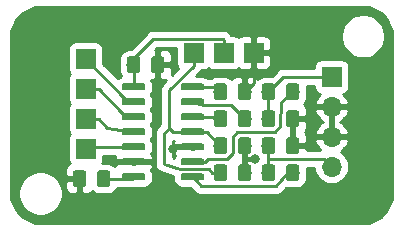
<source format=gbr>
G04 #@! TF.GenerationSoftware,KiCad,Pcbnew,5.1.2-f72e74a~84~ubuntu18.04.1*
G04 #@! TF.CreationDate,2019-07-02T23:06:04+08:00*
G04 #@! TF.ProjectId,cs4354-daughterboard,63733433-3534-42d6-9461-756768746572,rev?*
G04 #@! TF.SameCoordinates,Original*
G04 #@! TF.FileFunction,Copper,L1,Top*
G04 #@! TF.FilePolarity,Positive*
%FSLAX46Y46*%
G04 Gerber Fmt 4.6, Leading zero omitted, Abs format (unit mm)*
G04 Created by KiCad (PCBNEW 5.1.2-f72e74a~84~ubuntu18.04.1) date 2019-07-02 23:06:04*
%MOMM*%
%LPD*%
G04 APERTURE LIST*
%ADD10C,0.100000*%
%ADD11C,1.150000*%
%ADD12C,0.600000*%
%ADD13R,1.700000X1.700000*%
%ADD14O,1.700000X1.700000*%
%ADD15C,0.800000*%
%ADD16C,0.250000*%
%ADD17C,0.381000*%
%ADD18C,0.254000*%
G04 APERTURE END LIST*
D10*
G36*
X141836505Y-67119204D02*
G01*
X141860773Y-67122804D01*
X141884572Y-67128765D01*
X141907671Y-67137030D01*
X141929850Y-67147520D01*
X141950893Y-67160132D01*
X141970599Y-67174747D01*
X141988777Y-67191223D01*
X142005253Y-67209401D01*
X142019868Y-67229107D01*
X142032480Y-67250150D01*
X142042970Y-67272329D01*
X142051235Y-67295428D01*
X142057196Y-67319227D01*
X142060796Y-67343495D01*
X142062000Y-67367999D01*
X142062000Y-68268001D01*
X142060796Y-68292505D01*
X142057196Y-68316773D01*
X142051235Y-68340572D01*
X142042970Y-68363671D01*
X142032480Y-68385850D01*
X142019868Y-68406893D01*
X142005253Y-68426599D01*
X141988777Y-68444777D01*
X141970599Y-68461253D01*
X141950893Y-68475868D01*
X141929850Y-68488480D01*
X141907671Y-68498970D01*
X141884572Y-68507235D01*
X141860773Y-68513196D01*
X141836505Y-68516796D01*
X141812001Y-68518000D01*
X141161999Y-68518000D01*
X141137495Y-68516796D01*
X141113227Y-68513196D01*
X141089428Y-68507235D01*
X141066329Y-68498970D01*
X141044150Y-68488480D01*
X141023107Y-68475868D01*
X141003401Y-68461253D01*
X140985223Y-68444777D01*
X140968747Y-68426599D01*
X140954132Y-68406893D01*
X140941520Y-68385850D01*
X140931030Y-68363671D01*
X140922765Y-68340572D01*
X140916804Y-68316773D01*
X140913204Y-68292505D01*
X140912000Y-68268001D01*
X140912000Y-67367999D01*
X140913204Y-67343495D01*
X140916804Y-67319227D01*
X140922765Y-67295428D01*
X140931030Y-67272329D01*
X140941520Y-67250150D01*
X140954132Y-67229107D01*
X140968747Y-67209401D01*
X140985223Y-67191223D01*
X141003401Y-67174747D01*
X141023107Y-67160132D01*
X141044150Y-67147520D01*
X141066329Y-67137030D01*
X141089428Y-67128765D01*
X141113227Y-67122804D01*
X141137495Y-67119204D01*
X141161999Y-67118000D01*
X141812001Y-67118000D01*
X141836505Y-67119204D01*
X141836505Y-67119204D01*
G37*
D11*
X141487000Y-67818000D03*
D10*
G36*
X139786505Y-67119204D02*
G01*
X139810773Y-67122804D01*
X139834572Y-67128765D01*
X139857671Y-67137030D01*
X139879850Y-67147520D01*
X139900893Y-67160132D01*
X139920599Y-67174747D01*
X139938777Y-67191223D01*
X139955253Y-67209401D01*
X139969868Y-67229107D01*
X139982480Y-67250150D01*
X139992970Y-67272329D01*
X140001235Y-67295428D01*
X140007196Y-67319227D01*
X140010796Y-67343495D01*
X140012000Y-67367999D01*
X140012000Y-68268001D01*
X140010796Y-68292505D01*
X140007196Y-68316773D01*
X140001235Y-68340572D01*
X139992970Y-68363671D01*
X139982480Y-68385850D01*
X139969868Y-68406893D01*
X139955253Y-68426599D01*
X139938777Y-68444777D01*
X139920599Y-68461253D01*
X139900893Y-68475868D01*
X139879850Y-68488480D01*
X139857671Y-68498970D01*
X139834572Y-68507235D01*
X139810773Y-68513196D01*
X139786505Y-68516796D01*
X139762001Y-68518000D01*
X139111999Y-68518000D01*
X139087495Y-68516796D01*
X139063227Y-68513196D01*
X139039428Y-68507235D01*
X139016329Y-68498970D01*
X138994150Y-68488480D01*
X138973107Y-68475868D01*
X138953401Y-68461253D01*
X138935223Y-68444777D01*
X138918747Y-68426599D01*
X138904132Y-68406893D01*
X138891520Y-68385850D01*
X138881030Y-68363671D01*
X138872765Y-68340572D01*
X138866804Y-68316773D01*
X138863204Y-68292505D01*
X138862000Y-68268001D01*
X138862000Y-67367999D01*
X138863204Y-67343495D01*
X138866804Y-67319227D01*
X138872765Y-67295428D01*
X138881030Y-67272329D01*
X138891520Y-67250150D01*
X138904132Y-67229107D01*
X138918747Y-67209401D01*
X138935223Y-67191223D01*
X138953401Y-67174747D01*
X138973107Y-67160132D01*
X138994150Y-67147520D01*
X139016329Y-67137030D01*
X139039428Y-67128765D01*
X139063227Y-67122804D01*
X139087495Y-67119204D01*
X139111999Y-67118000D01*
X139762001Y-67118000D01*
X139786505Y-67119204D01*
X139786505Y-67119204D01*
G37*
D11*
X139437000Y-67818000D03*
D10*
G36*
X145900505Y-69405204D02*
G01*
X145924773Y-69408804D01*
X145948572Y-69414765D01*
X145971671Y-69423030D01*
X145993850Y-69433520D01*
X146014893Y-69446132D01*
X146034599Y-69460747D01*
X146052777Y-69477223D01*
X146069253Y-69495401D01*
X146083868Y-69515107D01*
X146096480Y-69536150D01*
X146106970Y-69558329D01*
X146115235Y-69581428D01*
X146121196Y-69605227D01*
X146124796Y-69629495D01*
X146126000Y-69653999D01*
X146126000Y-70554001D01*
X146124796Y-70578505D01*
X146121196Y-70602773D01*
X146115235Y-70626572D01*
X146106970Y-70649671D01*
X146096480Y-70671850D01*
X146083868Y-70692893D01*
X146069253Y-70712599D01*
X146052777Y-70730777D01*
X146034599Y-70747253D01*
X146014893Y-70761868D01*
X145993850Y-70774480D01*
X145971671Y-70784970D01*
X145948572Y-70793235D01*
X145924773Y-70799196D01*
X145900505Y-70802796D01*
X145876001Y-70804000D01*
X145225999Y-70804000D01*
X145201495Y-70802796D01*
X145177227Y-70799196D01*
X145153428Y-70793235D01*
X145130329Y-70784970D01*
X145108150Y-70774480D01*
X145087107Y-70761868D01*
X145067401Y-70747253D01*
X145049223Y-70730777D01*
X145032747Y-70712599D01*
X145018132Y-70692893D01*
X145005520Y-70671850D01*
X144995030Y-70649671D01*
X144986765Y-70626572D01*
X144980804Y-70602773D01*
X144977204Y-70578505D01*
X144976000Y-70554001D01*
X144976000Y-69653999D01*
X144977204Y-69629495D01*
X144980804Y-69605227D01*
X144986765Y-69581428D01*
X144995030Y-69558329D01*
X145005520Y-69536150D01*
X145018132Y-69515107D01*
X145032747Y-69495401D01*
X145049223Y-69477223D01*
X145067401Y-69460747D01*
X145087107Y-69446132D01*
X145108150Y-69433520D01*
X145130329Y-69423030D01*
X145153428Y-69414765D01*
X145177227Y-69408804D01*
X145201495Y-69405204D01*
X145225999Y-69404000D01*
X145876001Y-69404000D01*
X145900505Y-69405204D01*
X145900505Y-69405204D01*
G37*
D11*
X145551000Y-70104000D03*
D10*
G36*
X143850505Y-69405204D02*
G01*
X143874773Y-69408804D01*
X143898572Y-69414765D01*
X143921671Y-69423030D01*
X143943850Y-69433520D01*
X143964893Y-69446132D01*
X143984599Y-69460747D01*
X144002777Y-69477223D01*
X144019253Y-69495401D01*
X144033868Y-69515107D01*
X144046480Y-69536150D01*
X144056970Y-69558329D01*
X144065235Y-69581428D01*
X144071196Y-69605227D01*
X144074796Y-69629495D01*
X144076000Y-69653999D01*
X144076000Y-70554001D01*
X144074796Y-70578505D01*
X144071196Y-70602773D01*
X144065235Y-70626572D01*
X144056970Y-70649671D01*
X144046480Y-70671850D01*
X144033868Y-70692893D01*
X144019253Y-70712599D01*
X144002777Y-70730777D01*
X143984599Y-70747253D01*
X143964893Y-70761868D01*
X143943850Y-70774480D01*
X143921671Y-70784970D01*
X143898572Y-70793235D01*
X143874773Y-70799196D01*
X143850505Y-70802796D01*
X143826001Y-70804000D01*
X143175999Y-70804000D01*
X143151495Y-70802796D01*
X143127227Y-70799196D01*
X143103428Y-70793235D01*
X143080329Y-70784970D01*
X143058150Y-70774480D01*
X143037107Y-70761868D01*
X143017401Y-70747253D01*
X142999223Y-70730777D01*
X142982747Y-70712599D01*
X142968132Y-70692893D01*
X142955520Y-70671850D01*
X142945030Y-70649671D01*
X142936765Y-70626572D01*
X142930804Y-70602773D01*
X142927204Y-70578505D01*
X142926000Y-70554001D01*
X142926000Y-69653999D01*
X142927204Y-69629495D01*
X142930804Y-69605227D01*
X142936765Y-69581428D01*
X142945030Y-69558329D01*
X142955520Y-69536150D01*
X142968132Y-69515107D01*
X142982747Y-69495401D01*
X142999223Y-69477223D01*
X143017401Y-69460747D01*
X143037107Y-69446132D01*
X143058150Y-69433520D01*
X143080329Y-69423030D01*
X143103428Y-69414765D01*
X143127227Y-69408804D01*
X143151495Y-69405204D01*
X143175999Y-69404000D01*
X143826001Y-69404000D01*
X143850505Y-69405204D01*
X143850505Y-69405204D01*
G37*
D11*
X143501000Y-70104000D03*
D10*
G36*
X141836505Y-69405204D02*
G01*
X141860773Y-69408804D01*
X141884572Y-69414765D01*
X141907671Y-69423030D01*
X141929850Y-69433520D01*
X141950893Y-69446132D01*
X141970599Y-69460747D01*
X141988777Y-69477223D01*
X142005253Y-69495401D01*
X142019868Y-69515107D01*
X142032480Y-69536150D01*
X142042970Y-69558329D01*
X142051235Y-69581428D01*
X142057196Y-69605227D01*
X142060796Y-69629495D01*
X142062000Y-69653999D01*
X142062000Y-70554001D01*
X142060796Y-70578505D01*
X142057196Y-70602773D01*
X142051235Y-70626572D01*
X142042970Y-70649671D01*
X142032480Y-70671850D01*
X142019868Y-70692893D01*
X142005253Y-70712599D01*
X141988777Y-70730777D01*
X141970599Y-70747253D01*
X141950893Y-70761868D01*
X141929850Y-70774480D01*
X141907671Y-70784970D01*
X141884572Y-70793235D01*
X141860773Y-70799196D01*
X141836505Y-70802796D01*
X141812001Y-70804000D01*
X141161999Y-70804000D01*
X141137495Y-70802796D01*
X141113227Y-70799196D01*
X141089428Y-70793235D01*
X141066329Y-70784970D01*
X141044150Y-70774480D01*
X141023107Y-70761868D01*
X141003401Y-70747253D01*
X140985223Y-70730777D01*
X140968747Y-70712599D01*
X140954132Y-70692893D01*
X140941520Y-70671850D01*
X140931030Y-70649671D01*
X140922765Y-70626572D01*
X140916804Y-70602773D01*
X140913204Y-70578505D01*
X140912000Y-70554001D01*
X140912000Y-69653999D01*
X140913204Y-69629495D01*
X140916804Y-69605227D01*
X140922765Y-69581428D01*
X140931030Y-69558329D01*
X140941520Y-69536150D01*
X140954132Y-69515107D01*
X140968747Y-69495401D01*
X140985223Y-69477223D01*
X141003401Y-69460747D01*
X141023107Y-69446132D01*
X141044150Y-69433520D01*
X141066329Y-69423030D01*
X141089428Y-69414765D01*
X141113227Y-69408804D01*
X141137495Y-69405204D01*
X141161999Y-69404000D01*
X141812001Y-69404000D01*
X141836505Y-69405204D01*
X141836505Y-69405204D01*
G37*
D11*
X141487000Y-70104000D03*
D10*
G36*
X139786505Y-69405204D02*
G01*
X139810773Y-69408804D01*
X139834572Y-69414765D01*
X139857671Y-69423030D01*
X139879850Y-69433520D01*
X139900893Y-69446132D01*
X139920599Y-69460747D01*
X139938777Y-69477223D01*
X139955253Y-69495401D01*
X139969868Y-69515107D01*
X139982480Y-69536150D01*
X139992970Y-69558329D01*
X140001235Y-69581428D01*
X140007196Y-69605227D01*
X140010796Y-69629495D01*
X140012000Y-69653999D01*
X140012000Y-70554001D01*
X140010796Y-70578505D01*
X140007196Y-70602773D01*
X140001235Y-70626572D01*
X139992970Y-70649671D01*
X139982480Y-70671850D01*
X139969868Y-70692893D01*
X139955253Y-70712599D01*
X139938777Y-70730777D01*
X139920599Y-70747253D01*
X139900893Y-70761868D01*
X139879850Y-70774480D01*
X139857671Y-70784970D01*
X139834572Y-70793235D01*
X139810773Y-70799196D01*
X139786505Y-70802796D01*
X139762001Y-70804000D01*
X139111999Y-70804000D01*
X139087495Y-70802796D01*
X139063227Y-70799196D01*
X139039428Y-70793235D01*
X139016329Y-70784970D01*
X138994150Y-70774480D01*
X138973107Y-70761868D01*
X138953401Y-70747253D01*
X138935223Y-70730777D01*
X138918747Y-70712599D01*
X138904132Y-70692893D01*
X138891520Y-70671850D01*
X138881030Y-70649671D01*
X138872765Y-70626572D01*
X138866804Y-70602773D01*
X138863204Y-70578505D01*
X138862000Y-70554001D01*
X138862000Y-69653999D01*
X138863204Y-69629495D01*
X138866804Y-69605227D01*
X138872765Y-69581428D01*
X138881030Y-69558329D01*
X138891520Y-69536150D01*
X138904132Y-69515107D01*
X138918747Y-69495401D01*
X138935223Y-69477223D01*
X138953401Y-69460747D01*
X138973107Y-69446132D01*
X138994150Y-69433520D01*
X139016329Y-69423030D01*
X139039428Y-69414765D01*
X139063227Y-69408804D01*
X139087495Y-69405204D01*
X139111999Y-69404000D01*
X139762001Y-69404000D01*
X139786505Y-69405204D01*
X139786505Y-69405204D01*
G37*
D11*
X139437000Y-70104000D03*
D10*
G36*
X145900505Y-67119204D02*
G01*
X145924773Y-67122804D01*
X145948572Y-67128765D01*
X145971671Y-67137030D01*
X145993850Y-67147520D01*
X146014893Y-67160132D01*
X146034599Y-67174747D01*
X146052777Y-67191223D01*
X146069253Y-67209401D01*
X146083868Y-67229107D01*
X146096480Y-67250150D01*
X146106970Y-67272329D01*
X146115235Y-67295428D01*
X146121196Y-67319227D01*
X146124796Y-67343495D01*
X146126000Y-67367999D01*
X146126000Y-68268001D01*
X146124796Y-68292505D01*
X146121196Y-68316773D01*
X146115235Y-68340572D01*
X146106970Y-68363671D01*
X146096480Y-68385850D01*
X146083868Y-68406893D01*
X146069253Y-68426599D01*
X146052777Y-68444777D01*
X146034599Y-68461253D01*
X146014893Y-68475868D01*
X145993850Y-68488480D01*
X145971671Y-68498970D01*
X145948572Y-68507235D01*
X145924773Y-68513196D01*
X145900505Y-68516796D01*
X145876001Y-68518000D01*
X145225999Y-68518000D01*
X145201495Y-68516796D01*
X145177227Y-68513196D01*
X145153428Y-68507235D01*
X145130329Y-68498970D01*
X145108150Y-68488480D01*
X145087107Y-68475868D01*
X145067401Y-68461253D01*
X145049223Y-68444777D01*
X145032747Y-68426599D01*
X145018132Y-68406893D01*
X145005520Y-68385850D01*
X144995030Y-68363671D01*
X144986765Y-68340572D01*
X144980804Y-68316773D01*
X144977204Y-68292505D01*
X144976000Y-68268001D01*
X144976000Y-67367999D01*
X144977204Y-67343495D01*
X144980804Y-67319227D01*
X144986765Y-67295428D01*
X144995030Y-67272329D01*
X145005520Y-67250150D01*
X145018132Y-67229107D01*
X145032747Y-67209401D01*
X145049223Y-67191223D01*
X145067401Y-67174747D01*
X145087107Y-67160132D01*
X145108150Y-67147520D01*
X145130329Y-67137030D01*
X145153428Y-67128765D01*
X145177227Y-67122804D01*
X145201495Y-67119204D01*
X145225999Y-67118000D01*
X145876001Y-67118000D01*
X145900505Y-67119204D01*
X145900505Y-67119204D01*
G37*
D11*
X145551000Y-67818000D03*
D10*
G36*
X143850505Y-67119204D02*
G01*
X143874773Y-67122804D01*
X143898572Y-67128765D01*
X143921671Y-67137030D01*
X143943850Y-67147520D01*
X143964893Y-67160132D01*
X143984599Y-67174747D01*
X144002777Y-67191223D01*
X144019253Y-67209401D01*
X144033868Y-67229107D01*
X144046480Y-67250150D01*
X144056970Y-67272329D01*
X144065235Y-67295428D01*
X144071196Y-67319227D01*
X144074796Y-67343495D01*
X144076000Y-67367999D01*
X144076000Y-68268001D01*
X144074796Y-68292505D01*
X144071196Y-68316773D01*
X144065235Y-68340572D01*
X144056970Y-68363671D01*
X144046480Y-68385850D01*
X144033868Y-68406893D01*
X144019253Y-68426599D01*
X144002777Y-68444777D01*
X143984599Y-68461253D01*
X143964893Y-68475868D01*
X143943850Y-68488480D01*
X143921671Y-68498970D01*
X143898572Y-68507235D01*
X143874773Y-68513196D01*
X143850505Y-68516796D01*
X143826001Y-68518000D01*
X143175999Y-68518000D01*
X143151495Y-68516796D01*
X143127227Y-68513196D01*
X143103428Y-68507235D01*
X143080329Y-68498970D01*
X143058150Y-68488480D01*
X143037107Y-68475868D01*
X143017401Y-68461253D01*
X142999223Y-68444777D01*
X142982747Y-68426599D01*
X142968132Y-68406893D01*
X142955520Y-68385850D01*
X142945030Y-68363671D01*
X142936765Y-68340572D01*
X142930804Y-68316773D01*
X142927204Y-68292505D01*
X142926000Y-68268001D01*
X142926000Y-67367999D01*
X142927204Y-67343495D01*
X142930804Y-67319227D01*
X142936765Y-67295428D01*
X142945030Y-67272329D01*
X142955520Y-67250150D01*
X142968132Y-67229107D01*
X142982747Y-67209401D01*
X142999223Y-67191223D01*
X143017401Y-67174747D01*
X143037107Y-67160132D01*
X143058150Y-67147520D01*
X143080329Y-67137030D01*
X143103428Y-67128765D01*
X143127227Y-67122804D01*
X143151495Y-67119204D01*
X143175999Y-67118000D01*
X143826001Y-67118000D01*
X143850505Y-67119204D01*
X143850505Y-67119204D01*
G37*
D11*
X143501000Y-67818000D03*
D10*
G36*
X137881984Y-62550463D02*
G01*
X137896545Y-62552623D01*
X137910824Y-62556200D01*
X137924684Y-62561159D01*
X137937991Y-62567453D01*
X137950617Y-62575021D01*
X137962440Y-62583789D01*
X137973347Y-62593675D01*
X137983233Y-62604582D01*
X137992001Y-62616405D01*
X137999569Y-62629031D01*
X138005863Y-62642338D01*
X138010822Y-62656198D01*
X138014399Y-62670477D01*
X138016559Y-62685038D01*
X138017281Y-62699741D01*
X138017281Y-62999741D01*
X138016559Y-63014444D01*
X138014399Y-63029005D01*
X138010822Y-63043284D01*
X138005863Y-63057144D01*
X137999569Y-63070451D01*
X137992001Y-63083077D01*
X137983233Y-63094900D01*
X137973347Y-63105807D01*
X137962440Y-63115693D01*
X137950617Y-63124461D01*
X137937991Y-63132029D01*
X137924684Y-63138323D01*
X137910824Y-63143282D01*
X137896545Y-63146859D01*
X137881984Y-63149019D01*
X137867281Y-63149741D01*
X136217281Y-63149741D01*
X136202578Y-63149019D01*
X136188017Y-63146859D01*
X136173738Y-63143282D01*
X136159878Y-63138323D01*
X136146571Y-63132029D01*
X136133945Y-63124461D01*
X136122122Y-63115693D01*
X136111215Y-63105807D01*
X136101329Y-63094900D01*
X136092561Y-63083077D01*
X136084993Y-63070451D01*
X136078699Y-63057144D01*
X136073740Y-63043284D01*
X136070163Y-63029005D01*
X136068003Y-63014444D01*
X136067281Y-62999741D01*
X136067281Y-62699741D01*
X136068003Y-62685038D01*
X136070163Y-62670477D01*
X136073740Y-62656198D01*
X136078699Y-62642338D01*
X136084993Y-62629031D01*
X136092561Y-62616405D01*
X136101329Y-62604582D01*
X136111215Y-62593675D01*
X136122122Y-62583789D01*
X136133945Y-62575021D01*
X136146571Y-62567453D01*
X136159878Y-62561159D01*
X136173738Y-62556200D01*
X136188017Y-62552623D01*
X136202578Y-62550463D01*
X136217281Y-62549741D01*
X137867281Y-62549741D01*
X137881984Y-62550463D01*
X137881984Y-62550463D01*
G37*
D12*
X137042281Y-62849741D03*
D10*
G36*
X137881984Y-63820463D02*
G01*
X137896545Y-63822623D01*
X137910824Y-63826200D01*
X137924684Y-63831159D01*
X137937991Y-63837453D01*
X137950617Y-63845021D01*
X137962440Y-63853789D01*
X137973347Y-63863675D01*
X137983233Y-63874582D01*
X137992001Y-63886405D01*
X137999569Y-63899031D01*
X138005863Y-63912338D01*
X138010822Y-63926198D01*
X138014399Y-63940477D01*
X138016559Y-63955038D01*
X138017281Y-63969741D01*
X138017281Y-64269741D01*
X138016559Y-64284444D01*
X138014399Y-64299005D01*
X138010822Y-64313284D01*
X138005863Y-64327144D01*
X137999569Y-64340451D01*
X137992001Y-64353077D01*
X137983233Y-64364900D01*
X137973347Y-64375807D01*
X137962440Y-64385693D01*
X137950617Y-64394461D01*
X137937991Y-64402029D01*
X137924684Y-64408323D01*
X137910824Y-64413282D01*
X137896545Y-64416859D01*
X137881984Y-64419019D01*
X137867281Y-64419741D01*
X136217281Y-64419741D01*
X136202578Y-64419019D01*
X136188017Y-64416859D01*
X136173738Y-64413282D01*
X136159878Y-64408323D01*
X136146571Y-64402029D01*
X136133945Y-64394461D01*
X136122122Y-64385693D01*
X136111215Y-64375807D01*
X136101329Y-64364900D01*
X136092561Y-64353077D01*
X136084993Y-64340451D01*
X136078699Y-64327144D01*
X136073740Y-64313284D01*
X136070163Y-64299005D01*
X136068003Y-64284444D01*
X136067281Y-64269741D01*
X136067281Y-63969741D01*
X136068003Y-63955038D01*
X136070163Y-63940477D01*
X136073740Y-63926198D01*
X136078699Y-63912338D01*
X136084993Y-63899031D01*
X136092561Y-63886405D01*
X136101329Y-63874582D01*
X136111215Y-63863675D01*
X136122122Y-63853789D01*
X136133945Y-63845021D01*
X136146571Y-63837453D01*
X136159878Y-63831159D01*
X136173738Y-63826200D01*
X136188017Y-63822623D01*
X136202578Y-63820463D01*
X136217281Y-63819741D01*
X137867281Y-63819741D01*
X137881984Y-63820463D01*
X137881984Y-63820463D01*
G37*
D12*
X137042281Y-64119741D03*
D10*
G36*
X137881984Y-65090463D02*
G01*
X137896545Y-65092623D01*
X137910824Y-65096200D01*
X137924684Y-65101159D01*
X137937991Y-65107453D01*
X137950617Y-65115021D01*
X137962440Y-65123789D01*
X137973347Y-65133675D01*
X137983233Y-65144582D01*
X137992001Y-65156405D01*
X137999569Y-65169031D01*
X138005863Y-65182338D01*
X138010822Y-65196198D01*
X138014399Y-65210477D01*
X138016559Y-65225038D01*
X138017281Y-65239741D01*
X138017281Y-65539741D01*
X138016559Y-65554444D01*
X138014399Y-65569005D01*
X138010822Y-65583284D01*
X138005863Y-65597144D01*
X137999569Y-65610451D01*
X137992001Y-65623077D01*
X137983233Y-65634900D01*
X137973347Y-65645807D01*
X137962440Y-65655693D01*
X137950617Y-65664461D01*
X137937991Y-65672029D01*
X137924684Y-65678323D01*
X137910824Y-65683282D01*
X137896545Y-65686859D01*
X137881984Y-65689019D01*
X137867281Y-65689741D01*
X136217281Y-65689741D01*
X136202578Y-65689019D01*
X136188017Y-65686859D01*
X136173738Y-65683282D01*
X136159878Y-65678323D01*
X136146571Y-65672029D01*
X136133945Y-65664461D01*
X136122122Y-65655693D01*
X136111215Y-65645807D01*
X136101329Y-65634900D01*
X136092561Y-65623077D01*
X136084993Y-65610451D01*
X136078699Y-65597144D01*
X136073740Y-65583284D01*
X136070163Y-65569005D01*
X136068003Y-65554444D01*
X136067281Y-65539741D01*
X136067281Y-65239741D01*
X136068003Y-65225038D01*
X136070163Y-65210477D01*
X136073740Y-65196198D01*
X136078699Y-65182338D01*
X136084993Y-65169031D01*
X136092561Y-65156405D01*
X136101329Y-65144582D01*
X136111215Y-65133675D01*
X136122122Y-65123789D01*
X136133945Y-65115021D01*
X136146571Y-65107453D01*
X136159878Y-65101159D01*
X136173738Y-65096200D01*
X136188017Y-65092623D01*
X136202578Y-65090463D01*
X136217281Y-65089741D01*
X137867281Y-65089741D01*
X137881984Y-65090463D01*
X137881984Y-65090463D01*
G37*
D12*
X137042281Y-65389741D03*
D10*
G36*
X137881984Y-66360463D02*
G01*
X137896545Y-66362623D01*
X137910824Y-66366200D01*
X137924684Y-66371159D01*
X137937991Y-66377453D01*
X137950617Y-66385021D01*
X137962440Y-66393789D01*
X137973347Y-66403675D01*
X137983233Y-66414582D01*
X137992001Y-66426405D01*
X137999569Y-66439031D01*
X138005863Y-66452338D01*
X138010822Y-66466198D01*
X138014399Y-66480477D01*
X138016559Y-66495038D01*
X138017281Y-66509741D01*
X138017281Y-66809741D01*
X138016559Y-66824444D01*
X138014399Y-66839005D01*
X138010822Y-66853284D01*
X138005863Y-66867144D01*
X137999569Y-66880451D01*
X137992001Y-66893077D01*
X137983233Y-66904900D01*
X137973347Y-66915807D01*
X137962440Y-66925693D01*
X137950617Y-66934461D01*
X137937991Y-66942029D01*
X137924684Y-66948323D01*
X137910824Y-66953282D01*
X137896545Y-66956859D01*
X137881984Y-66959019D01*
X137867281Y-66959741D01*
X136217281Y-66959741D01*
X136202578Y-66959019D01*
X136188017Y-66956859D01*
X136173738Y-66953282D01*
X136159878Y-66948323D01*
X136146571Y-66942029D01*
X136133945Y-66934461D01*
X136122122Y-66925693D01*
X136111215Y-66915807D01*
X136101329Y-66904900D01*
X136092561Y-66893077D01*
X136084993Y-66880451D01*
X136078699Y-66867144D01*
X136073740Y-66853284D01*
X136070163Y-66839005D01*
X136068003Y-66824444D01*
X136067281Y-66809741D01*
X136067281Y-66509741D01*
X136068003Y-66495038D01*
X136070163Y-66480477D01*
X136073740Y-66466198D01*
X136078699Y-66452338D01*
X136084993Y-66439031D01*
X136092561Y-66426405D01*
X136101329Y-66414582D01*
X136111215Y-66403675D01*
X136122122Y-66393789D01*
X136133945Y-66385021D01*
X136146571Y-66377453D01*
X136159878Y-66371159D01*
X136173738Y-66366200D01*
X136188017Y-66362623D01*
X136202578Y-66360463D01*
X136217281Y-66359741D01*
X137867281Y-66359741D01*
X137881984Y-66360463D01*
X137881984Y-66360463D01*
G37*
D12*
X137042281Y-66659741D03*
D10*
G36*
X137881984Y-67630463D02*
G01*
X137896545Y-67632623D01*
X137910824Y-67636200D01*
X137924684Y-67641159D01*
X137937991Y-67647453D01*
X137950617Y-67655021D01*
X137962440Y-67663789D01*
X137973347Y-67673675D01*
X137983233Y-67684582D01*
X137992001Y-67696405D01*
X137999569Y-67709031D01*
X138005863Y-67722338D01*
X138010822Y-67736198D01*
X138014399Y-67750477D01*
X138016559Y-67765038D01*
X138017281Y-67779741D01*
X138017281Y-68079741D01*
X138016559Y-68094444D01*
X138014399Y-68109005D01*
X138010822Y-68123284D01*
X138005863Y-68137144D01*
X137999569Y-68150451D01*
X137992001Y-68163077D01*
X137983233Y-68174900D01*
X137973347Y-68185807D01*
X137962440Y-68195693D01*
X137950617Y-68204461D01*
X137937991Y-68212029D01*
X137924684Y-68218323D01*
X137910824Y-68223282D01*
X137896545Y-68226859D01*
X137881984Y-68229019D01*
X137867281Y-68229741D01*
X136217281Y-68229741D01*
X136202578Y-68229019D01*
X136188017Y-68226859D01*
X136173738Y-68223282D01*
X136159878Y-68218323D01*
X136146571Y-68212029D01*
X136133945Y-68204461D01*
X136122122Y-68195693D01*
X136111215Y-68185807D01*
X136101329Y-68174900D01*
X136092561Y-68163077D01*
X136084993Y-68150451D01*
X136078699Y-68137144D01*
X136073740Y-68123284D01*
X136070163Y-68109005D01*
X136068003Y-68094444D01*
X136067281Y-68079741D01*
X136067281Y-67779741D01*
X136068003Y-67765038D01*
X136070163Y-67750477D01*
X136073740Y-67736198D01*
X136078699Y-67722338D01*
X136084993Y-67709031D01*
X136092561Y-67696405D01*
X136101329Y-67684582D01*
X136111215Y-67673675D01*
X136122122Y-67663789D01*
X136133945Y-67655021D01*
X136146571Y-67647453D01*
X136159878Y-67641159D01*
X136173738Y-67636200D01*
X136188017Y-67632623D01*
X136202578Y-67630463D01*
X136217281Y-67629741D01*
X137867281Y-67629741D01*
X137881984Y-67630463D01*
X137881984Y-67630463D01*
G37*
D12*
X137042281Y-67929741D03*
D10*
G36*
X137881984Y-68900463D02*
G01*
X137896545Y-68902623D01*
X137910824Y-68906200D01*
X137924684Y-68911159D01*
X137937991Y-68917453D01*
X137950617Y-68925021D01*
X137962440Y-68933789D01*
X137973347Y-68943675D01*
X137983233Y-68954582D01*
X137992001Y-68966405D01*
X137999569Y-68979031D01*
X138005863Y-68992338D01*
X138010822Y-69006198D01*
X138014399Y-69020477D01*
X138016559Y-69035038D01*
X138017281Y-69049741D01*
X138017281Y-69349741D01*
X138016559Y-69364444D01*
X138014399Y-69379005D01*
X138010822Y-69393284D01*
X138005863Y-69407144D01*
X137999569Y-69420451D01*
X137992001Y-69433077D01*
X137983233Y-69444900D01*
X137973347Y-69455807D01*
X137962440Y-69465693D01*
X137950617Y-69474461D01*
X137937991Y-69482029D01*
X137924684Y-69488323D01*
X137910824Y-69493282D01*
X137896545Y-69496859D01*
X137881984Y-69499019D01*
X137867281Y-69499741D01*
X136217281Y-69499741D01*
X136202578Y-69499019D01*
X136188017Y-69496859D01*
X136173738Y-69493282D01*
X136159878Y-69488323D01*
X136146571Y-69482029D01*
X136133945Y-69474461D01*
X136122122Y-69465693D01*
X136111215Y-69455807D01*
X136101329Y-69444900D01*
X136092561Y-69433077D01*
X136084993Y-69420451D01*
X136078699Y-69407144D01*
X136073740Y-69393284D01*
X136070163Y-69379005D01*
X136068003Y-69364444D01*
X136067281Y-69349741D01*
X136067281Y-69049741D01*
X136068003Y-69035038D01*
X136070163Y-69020477D01*
X136073740Y-69006198D01*
X136078699Y-68992338D01*
X136084993Y-68979031D01*
X136092561Y-68966405D01*
X136101329Y-68954582D01*
X136111215Y-68943675D01*
X136122122Y-68933789D01*
X136133945Y-68925021D01*
X136146571Y-68917453D01*
X136159878Y-68911159D01*
X136173738Y-68906200D01*
X136188017Y-68902623D01*
X136202578Y-68900463D01*
X136217281Y-68899741D01*
X137867281Y-68899741D01*
X137881984Y-68900463D01*
X137881984Y-68900463D01*
G37*
D12*
X137042281Y-69199741D03*
D10*
G36*
X137881984Y-70170463D02*
G01*
X137896545Y-70172623D01*
X137910824Y-70176200D01*
X137924684Y-70181159D01*
X137937991Y-70187453D01*
X137950617Y-70195021D01*
X137962440Y-70203789D01*
X137973347Y-70213675D01*
X137983233Y-70224582D01*
X137992001Y-70236405D01*
X137999569Y-70249031D01*
X138005863Y-70262338D01*
X138010822Y-70276198D01*
X138014399Y-70290477D01*
X138016559Y-70305038D01*
X138017281Y-70319741D01*
X138017281Y-70619741D01*
X138016559Y-70634444D01*
X138014399Y-70649005D01*
X138010822Y-70663284D01*
X138005863Y-70677144D01*
X137999569Y-70690451D01*
X137992001Y-70703077D01*
X137983233Y-70714900D01*
X137973347Y-70725807D01*
X137962440Y-70735693D01*
X137950617Y-70744461D01*
X137937991Y-70752029D01*
X137924684Y-70758323D01*
X137910824Y-70763282D01*
X137896545Y-70766859D01*
X137881984Y-70769019D01*
X137867281Y-70769741D01*
X136217281Y-70769741D01*
X136202578Y-70769019D01*
X136188017Y-70766859D01*
X136173738Y-70763282D01*
X136159878Y-70758323D01*
X136146571Y-70752029D01*
X136133945Y-70744461D01*
X136122122Y-70735693D01*
X136111215Y-70725807D01*
X136101329Y-70714900D01*
X136092561Y-70703077D01*
X136084993Y-70690451D01*
X136078699Y-70677144D01*
X136073740Y-70663284D01*
X136070163Y-70649005D01*
X136068003Y-70634444D01*
X136067281Y-70619741D01*
X136067281Y-70319741D01*
X136068003Y-70305038D01*
X136070163Y-70290477D01*
X136073740Y-70276198D01*
X136078699Y-70262338D01*
X136084993Y-70249031D01*
X136092561Y-70236405D01*
X136101329Y-70224582D01*
X136111215Y-70213675D01*
X136122122Y-70203789D01*
X136133945Y-70195021D01*
X136146571Y-70187453D01*
X136159878Y-70181159D01*
X136173738Y-70176200D01*
X136188017Y-70172623D01*
X136202578Y-70170463D01*
X136217281Y-70169741D01*
X137867281Y-70169741D01*
X137881984Y-70170463D01*
X137881984Y-70170463D01*
G37*
D12*
X137042281Y-70469741D03*
D10*
G36*
X132931984Y-70170463D02*
G01*
X132946545Y-70172623D01*
X132960824Y-70176200D01*
X132974684Y-70181159D01*
X132987991Y-70187453D01*
X133000617Y-70195021D01*
X133012440Y-70203789D01*
X133023347Y-70213675D01*
X133033233Y-70224582D01*
X133042001Y-70236405D01*
X133049569Y-70249031D01*
X133055863Y-70262338D01*
X133060822Y-70276198D01*
X133064399Y-70290477D01*
X133066559Y-70305038D01*
X133067281Y-70319741D01*
X133067281Y-70619741D01*
X133066559Y-70634444D01*
X133064399Y-70649005D01*
X133060822Y-70663284D01*
X133055863Y-70677144D01*
X133049569Y-70690451D01*
X133042001Y-70703077D01*
X133033233Y-70714900D01*
X133023347Y-70725807D01*
X133012440Y-70735693D01*
X133000617Y-70744461D01*
X132987991Y-70752029D01*
X132974684Y-70758323D01*
X132960824Y-70763282D01*
X132946545Y-70766859D01*
X132931984Y-70769019D01*
X132917281Y-70769741D01*
X131267281Y-70769741D01*
X131252578Y-70769019D01*
X131238017Y-70766859D01*
X131223738Y-70763282D01*
X131209878Y-70758323D01*
X131196571Y-70752029D01*
X131183945Y-70744461D01*
X131172122Y-70735693D01*
X131161215Y-70725807D01*
X131151329Y-70714900D01*
X131142561Y-70703077D01*
X131134993Y-70690451D01*
X131128699Y-70677144D01*
X131123740Y-70663284D01*
X131120163Y-70649005D01*
X131118003Y-70634444D01*
X131117281Y-70619741D01*
X131117281Y-70319741D01*
X131118003Y-70305038D01*
X131120163Y-70290477D01*
X131123740Y-70276198D01*
X131128699Y-70262338D01*
X131134993Y-70249031D01*
X131142561Y-70236405D01*
X131151329Y-70224582D01*
X131161215Y-70213675D01*
X131172122Y-70203789D01*
X131183945Y-70195021D01*
X131196571Y-70187453D01*
X131209878Y-70181159D01*
X131223738Y-70176200D01*
X131238017Y-70172623D01*
X131252578Y-70170463D01*
X131267281Y-70169741D01*
X132917281Y-70169741D01*
X132931984Y-70170463D01*
X132931984Y-70170463D01*
G37*
D12*
X132092281Y-70469741D03*
D10*
G36*
X132931984Y-68900463D02*
G01*
X132946545Y-68902623D01*
X132960824Y-68906200D01*
X132974684Y-68911159D01*
X132987991Y-68917453D01*
X133000617Y-68925021D01*
X133012440Y-68933789D01*
X133023347Y-68943675D01*
X133033233Y-68954582D01*
X133042001Y-68966405D01*
X133049569Y-68979031D01*
X133055863Y-68992338D01*
X133060822Y-69006198D01*
X133064399Y-69020477D01*
X133066559Y-69035038D01*
X133067281Y-69049741D01*
X133067281Y-69349741D01*
X133066559Y-69364444D01*
X133064399Y-69379005D01*
X133060822Y-69393284D01*
X133055863Y-69407144D01*
X133049569Y-69420451D01*
X133042001Y-69433077D01*
X133033233Y-69444900D01*
X133023347Y-69455807D01*
X133012440Y-69465693D01*
X133000617Y-69474461D01*
X132987991Y-69482029D01*
X132974684Y-69488323D01*
X132960824Y-69493282D01*
X132946545Y-69496859D01*
X132931984Y-69499019D01*
X132917281Y-69499741D01*
X131267281Y-69499741D01*
X131252578Y-69499019D01*
X131238017Y-69496859D01*
X131223738Y-69493282D01*
X131209878Y-69488323D01*
X131196571Y-69482029D01*
X131183945Y-69474461D01*
X131172122Y-69465693D01*
X131161215Y-69455807D01*
X131151329Y-69444900D01*
X131142561Y-69433077D01*
X131134993Y-69420451D01*
X131128699Y-69407144D01*
X131123740Y-69393284D01*
X131120163Y-69379005D01*
X131118003Y-69364444D01*
X131117281Y-69349741D01*
X131117281Y-69049741D01*
X131118003Y-69035038D01*
X131120163Y-69020477D01*
X131123740Y-69006198D01*
X131128699Y-68992338D01*
X131134993Y-68979031D01*
X131142561Y-68966405D01*
X131151329Y-68954582D01*
X131161215Y-68943675D01*
X131172122Y-68933789D01*
X131183945Y-68925021D01*
X131196571Y-68917453D01*
X131209878Y-68911159D01*
X131223738Y-68906200D01*
X131238017Y-68902623D01*
X131252578Y-68900463D01*
X131267281Y-68899741D01*
X132917281Y-68899741D01*
X132931984Y-68900463D01*
X132931984Y-68900463D01*
G37*
D12*
X132092281Y-69199741D03*
D10*
G36*
X132931984Y-67630463D02*
G01*
X132946545Y-67632623D01*
X132960824Y-67636200D01*
X132974684Y-67641159D01*
X132987991Y-67647453D01*
X133000617Y-67655021D01*
X133012440Y-67663789D01*
X133023347Y-67673675D01*
X133033233Y-67684582D01*
X133042001Y-67696405D01*
X133049569Y-67709031D01*
X133055863Y-67722338D01*
X133060822Y-67736198D01*
X133064399Y-67750477D01*
X133066559Y-67765038D01*
X133067281Y-67779741D01*
X133067281Y-68079741D01*
X133066559Y-68094444D01*
X133064399Y-68109005D01*
X133060822Y-68123284D01*
X133055863Y-68137144D01*
X133049569Y-68150451D01*
X133042001Y-68163077D01*
X133033233Y-68174900D01*
X133023347Y-68185807D01*
X133012440Y-68195693D01*
X133000617Y-68204461D01*
X132987991Y-68212029D01*
X132974684Y-68218323D01*
X132960824Y-68223282D01*
X132946545Y-68226859D01*
X132931984Y-68229019D01*
X132917281Y-68229741D01*
X131267281Y-68229741D01*
X131252578Y-68229019D01*
X131238017Y-68226859D01*
X131223738Y-68223282D01*
X131209878Y-68218323D01*
X131196571Y-68212029D01*
X131183945Y-68204461D01*
X131172122Y-68195693D01*
X131161215Y-68185807D01*
X131151329Y-68174900D01*
X131142561Y-68163077D01*
X131134993Y-68150451D01*
X131128699Y-68137144D01*
X131123740Y-68123284D01*
X131120163Y-68109005D01*
X131118003Y-68094444D01*
X131117281Y-68079741D01*
X131117281Y-67779741D01*
X131118003Y-67765038D01*
X131120163Y-67750477D01*
X131123740Y-67736198D01*
X131128699Y-67722338D01*
X131134993Y-67709031D01*
X131142561Y-67696405D01*
X131151329Y-67684582D01*
X131161215Y-67673675D01*
X131172122Y-67663789D01*
X131183945Y-67655021D01*
X131196571Y-67647453D01*
X131209878Y-67641159D01*
X131223738Y-67636200D01*
X131238017Y-67632623D01*
X131252578Y-67630463D01*
X131267281Y-67629741D01*
X132917281Y-67629741D01*
X132931984Y-67630463D01*
X132931984Y-67630463D01*
G37*
D12*
X132092281Y-67929741D03*
D10*
G36*
X132931984Y-66360463D02*
G01*
X132946545Y-66362623D01*
X132960824Y-66366200D01*
X132974684Y-66371159D01*
X132987991Y-66377453D01*
X133000617Y-66385021D01*
X133012440Y-66393789D01*
X133023347Y-66403675D01*
X133033233Y-66414582D01*
X133042001Y-66426405D01*
X133049569Y-66439031D01*
X133055863Y-66452338D01*
X133060822Y-66466198D01*
X133064399Y-66480477D01*
X133066559Y-66495038D01*
X133067281Y-66509741D01*
X133067281Y-66809741D01*
X133066559Y-66824444D01*
X133064399Y-66839005D01*
X133060822Y-66853284D01*
X133055863Y-66867144D01*
X133049569Y-66880451D01*
X133042001Y-66893077D01*
X133033233Y-66904900D01*
X133023347Y-66915807D01*
X133012440Y-66925693D01*
X133000617Y-66934461D01*
X132987991Y-66942029D01*
X132974684Y-66948323D01*
X132960824Y-66953282D01*
X132946545Y-66956859D01*
X132931984Y-66959019D01*
X132917281Y-66959741D01*
X131267281Y-66959741D01*
X131252578Y-66959019D01*
X131238017Y-66956859D01*
X131223738Y-66953282D01*
X131209878Y-66948323D01*
X131196571Y-66942029D01*
X131183945Y-66934461D01*
X131172122Y-66925693D01*
X131161215Y-66915807D01*
X131151329Y-66904900D01*
X131142561Y-66893077D01*
X131134993Y-66880451D01*
X131128699Y-66867144D01*
X131123740Y-66853284D01*
X131120163Y-66839005D01*
X131118003Y-66824444D01*
X131117281Y-66809741D01*
X131117281Y-66509741D01*
X131118003Y-66495038D01*
X131120163Y-66480477D01*
X131123740Y-66466198D01*
X131128699Y-66452338D01*
X131134993Y-66439031D01*
X131142561Y-66426405D01*
X131151329Y-66414582D01*
X131161215Y-66403675D01*
X131172122Y-66393789D01*
X131183945Y-66385021D01*
X131196571Y-66377453D01*
X131209878Y-66371159D01*
X131223738Y-66366200D01*
X131238017Y-66362623D01*
X131252578Y-66360463D01*
X131267281Y-66359741D01*
X132917281Y-66359741D01*
X132931984Y-66360463D01*
X132931984Y-66360463D01*
G37*
D12*
X132092281Y-66659741D03*
D10*
G36*
X132931984Y-65090463D02*
G01*
X132946545Y-65092623D01*
X132960824Y-65096200D01*
X132974684Y-65101159D01*
X132987991Y-65107453D01*
X133000617Y-65115021D01*
X133012440Y-65123789D01*
X133023347Y-65133675D01*
X133033233Y-65144582D01*
X133042001Y-65156405D01*
X133049569Y-65169031D01*
X133055863Y-65182338D01*
X133060822Y-65196198D01*
X133064399Y-65210477D01*
X133066559Y-65225038D01*
X133067281Y-65239741D01*
X133067281Y-65539741D01*
X133066559Y-65554444D01*
X133064399Y-65569005D01*
X133060822Y-65583284D01*
X133055863Y-65597144D01*
X133049569Y-65610451D01*
X133042001Y-65623077D01*
X133033233Y-65634900D01*
X133023347Y-65645807D01*
X133012440Y-65655693D01*
X133000617Y-65664461D01*
X132987991Y-65672029D01*
X132974684Y-65678323D01*
X132960824Y-65683282D01*
X132946545Y-65686859D01*
X132931984Y-65689019D01*
X132917281Y-65689741D01*
X131267281Y-65689741D01*
X131252578Y-65689019D01*
X131238017Y-65686859D01*
X131223738Y-65683282D01*
X131209878Y-65678323D01*
X131196571Y-65672029D01*
X131183945Y-65664461D01*
X131172122Y-65655693D01*
X131161215Y-65645807D01*
X131151329Y-65634900D01*
X131142561Y-65623077D01*
X131134993Y-65610451D01*
X131128699Y-65597144D01*
X131123740Y-65583284D01*
X131120163Y-65569005D01*
X131118003Y-65554444D01*
X131117281Y-65539741D01*
X131117281Y-65239741D01*
X131118003Y-65225038D01*
X131120163Y-65210477D01*
X131123740Y-65196198D01*
X131128699Y-65182338D01*
X131134993Y-65169031D01*
X131142561Y-65156405D01*
X131151329Y-65144582D01*
X131161215Y-65133675D01*
X131172122Y-65123789D01*
X131183945Y-65115021D01*
X131196571Y-65107453D01*
X131209878Y-65101159D01*
X131223738Y-65096200D01*
X131238017Y-65092623D01*
X131252578Y-65090463D01*
X131267281Y-65089741D01*
X132917281Y-65089741D01*
X132931984Y-65090463D01*
X132931984Y-65090463D01*
G37*
D12*
X132092281Y-65389741D03*
D10*
G36*
X132931984Y-63820463D02*
G01*
X132946545Y-63822623D01*
X132960824Y-63826200D01*
X132974684Y-63831159D01*
X132987991Y-63837453D01*
X133000617Y-63845021D01*
X133012440Y-63853789D01*
X133023347Y-63863675D01*
X133033233Y-63874582D01*
X133042001Y-63886405D01*
X133049569Y-63899031D01*
X133055863Y-63912338D01*
X133060822Y-63926198D01*
X133064399Y-63940477D01*
X133066559Y-63955038D01*
X133067281Y-63969741D01*
X133067281Y-64269741D01*
X133066559Y-64284444D01*
X133064399Y-64299005D01*
X133060822Y-64313284D01*
X133055863Y-64327144D01*
X133049569Y-64340451D01*
X133042001Y-64353077D01*
X133033233Y-64364900D01*
X133023347Y-64375807D01*
X133012440Y-64385693D01*
X133000617Y-64394461D01*
X132987991Y-64402029D01*
X132974684Y-64408323D01*
X132960824Y-64413282D01*
X132946545Y-64416859D01*
X132931984Y-64419019D01*
X132917281Y-64419741D01*
X131267281Y-64419741D01*
X131252578Y-64419019D01*
X131238017Y-64416859D01*
X131223738Y-64413282D01*
X131209878Y-64408323D01*
X131196571Y-64402029D01*
X131183945Y-64394461D01*
X131172122Y-64385693D01*
X131161215Y-64375807D01*
X131151329Y-64364900D01*
X131142561Y-64353077D01*
X131134993Y-64340451D01*
X131128699Y-64327144D01*
X131123740Y-64313284D01*
X131120163Y-64299005D01*
X131118003Y-64284444D01*
X131117281Y-64269741D01*
X131117281Y-63969741D01*
X131118003Y-63955038D01*
X131120163Y-63940477D01*
X131123740Y-63926198D01*
X131128699Y-63912338D01*
X131134993Y-63899031D01*
X131142561Y-63886405D01*
X131151329Y-63874582D01*
X131161215Y-63863675D01*
X131172122Y-63853789D01*
X131183945Y-63845021D01*
X131196571Y-63837453D01*
X131209878Y-63831159D01*
X131223738Y-63826200D01*
X131238017Y-63822623D01*
X131252578Y-63820463D01*
X131267281Y-63819741D01*
X132917281Y-63819741D01*
X132931984Y-63820463D01*
X132931984Y-63820463D01*
G37*
D12*
X132092281Y-64119741D03*
D10*
G36*
X132931984Y-62550463D02*
G01*
X132946545Y-62552623D01*
X132960824Y-62556200D01*
X132974684Y-62561159D01*
X132987991Y-62567453D01*
X133000617Y-62575021D01*
X133012440Y-62583789D01*
X133023347Y-62593675D01*
X133033233Y-62604582D01*
X133042001Y-62616405D01*
X133049569Y-62629031D01*
X133055863Y-62642338D01*
X133060822Y-62656198D01*
X133064399Y-62670477D01*
X133066559Y-62685038D01*
X133067281Y-62699741D01*
X133067281Y-62999741D01*
X133066559Y-63014444D01*
X133064399Y-63029005D01*
X133060822Y-63043284D01*
X133055863Y-63057144D01*
X133049569Y-63070451D01*
X133042001Y-63083077D01*
X133033233Y-63094900D01*
X133023347Y-63105807D01*
X133012440Y-63115693D01*
X133000617Y-63124461D01*
X132987991Y-63132029D01*
X132974684Y-63138323D01*
X132960824Y-63143282D01*
X132946545Y-63146859D01*
X132931984Y-63149019D01*
X132917281Y-63149741D01*
X131267281Y-63149741D01*
X131252578Y-63149019D01*
X131238017Y-63146859D01*
X131223738Y-63143282D01*
X131209878Y-63138323D01*
X131196571Y-63132029D01*
X131183945Y-63124461D01*
X131172122Y-63115693D01*
X131161215Y-63105807D01*
X131151329Y-63094900D01*
X131142561Y-63083077D01*
X131134993Y-63070451D01*
X131128699Y-63057144D01*
X131123740Y-63043284D01*
X131120163Y-63029005D01*
X131118003Y-63014444D01*
X131117281Y-62999741D01*
X131117281Y-62699741D01*
X131118003Y-62685038D01*
X131120163Y-62670477D01*
X131123740Y-62656198D01*
X131128699Y-62642338D01*
X131134993Y-62629031D01*
X131142561Y-62616405D01*
X131151329Y-62604582D01*
X131161215Y-62593675D01*
X131172122Y-62583789D01*
X131183945Y-62575021D01*
X131196571Y-62567453D01*
X131209878Y-62561159D01*
X131223738Y-62556200D01*
X131238017Y-62552623D01*
X131252578Y-62550463D01*
X131267281Y-62549741D01*
X132917281Y-62549741D01*
X132931984Y-62550463D01*
X132931984Y-62550463D01*
G37*
D12*
X132092281Y-62849741D03*
D10*
G36*
X145900505Y-62547204D02*
G01*
X145924773Y-62550804D01*
X145948572Y-62556765D01*
X145971671Y-62565030D01*
X145993850Y-62575520D01*
X146014893Y-62588132D01*
X146034599Y-62602747D01*
X146052777Y-62619223D01*
X146069253Y-62637401D01*
X146083868Y-62657107D01*
X146096480Y-62678150D01*
X146106970Y-62700329D01*
X146115235Y-62723428D01*
X146121196Y-62747227D01*
X146124796Y-62771495D01*
X146126000Y-62795999D01*
X146126000Y-63696001D01*
X146124796Y-63720505D01*
X146121196Y-63744773D01*
X146115235Y-63768572D01*
X146106970Y-63791671D01*
X146096480Y-63813850D01*
X146083868Y-63834893D01*
X146069253Y-63854599D01*
X146052777Y-63872777D01*
X146034599Y-63889253D01*
X146014893Y-63903868D01*
X145993850Y-63916480D01*
X145971671Y-63926970D01*
X145948572Y-63935235D01*
X145924773Y-63941196D01*
X145900505Y-63944796D01*
X145876001Y-63946000D01*
X145225999Y-63946000D01*
X145201495Y-63944796D01*
X145177227Y-63941196D01*
X145153428Y-63935235D01*
X145130329Y-63926970D01*
X145108150Y-63916480D01*
X145087107Y-63903868D01*
X145067401Y-63889253D01*
X145049223Y-63872777D01*
X145032747Y-63854599D01*
X145018132Y-63834893D01*
X145005520Y-63813850D01*
X144995030Y-63791671D01*
X144986765Y-63768572D01*
X144980804Y-63744773D01*
X144977204Y-63720505D01*
X144976000Y-63696001D01*
X144976000Y-62795999D01*
X144977204Y-62771495D01*
X144980804Y-62747227D01*
X144986765Y-62723428D01*
X144995030Y-62700329D01*
X145005520Y-62678150D01*
X145018132Y-62657107D01*
X145032747Y-62637401D01*
X145049223Y-62619223D01*
X145067401Y-62602747D01*
X145087107Y-62588132D01*
X145108150Y-62575520D01*
X145130329Y-62565030D01*
X145153428Y-62556765D01*
X145177227Y-62550804D01*
X145201495Y-62547204D01*
X145225999Y-62546000D01*
X145876001Y-62546000D01*
X145900505Y-62547204D01*
X145900505Y-62547204D01*
G37*
D11*
X145551000Y-63246000D03*
D10*
G36*
X143850505Y-62547204D02*
G01*
X143874773Y-62550804D01*
X143898572Y-62556765D01*
X143921671Y-62565030D01*
X143943850Y-62575520D01*
X143964893Y-62588132D01*
X143984599Y-62602747D01*
X144002777Y-62619223D01*
X144019253Y-62637401D01*
X144033868Y-62657107D01*
X144046480Y-62678150D01*
X144056970Y-62700329D01*
X144065235Y-62723428D01*
X144071196Y-62747227D01*
X144074796Y-62771495D01*
X144076000Y-62795999D01*
X144076000Y-63696001D01*
X144074796Y-63720505D01*
X144071196Y-63744773D01*
X144065235Y-63768572D01*
X144056970Y-63791671D01*
X144046480Y-63813850D01*
X144033868Y-63834893D01*
X144019253Y-63854599D01*
X144002777Y-63872777D01*
X143984599Y-63889253D01*
X143964893Y-63903868D01*
X143943850Y-63916480D01*
X143921671Y-63926970D01*
X143898572Y-63935235D01*
X143874773Y-63941196D01*
X143850505Y-63944796D01*
X143826001Y-63946000D01*
X143175999Y-63946000D01*
X143151495Y-63944796D01*
X143127227Y-63941196D01*
X143103428Y-63935235D01*
X143080329Y-63926970D01*
X143058150Y-63916480D01*
X143037107Y-63903868D01*
X143017401Y-63889253D01*
X142999223Y-63872777D01*
X142982747Y-63854599D01*
X142968132Y-63834893D01*
X142955520Y-63813850D01*
X142945030Y-63791671D01*
X142936765Y-63768572D01*
X142930804Y-63744773D01*
X142927204Y-63720505D01*
X142926000Y-63696001D01*
X142926000Y-62795999D01*
X142927204Y-62771495D01*
X142930804Y-62747227D01*
X142936765Y-62723428D01*
X142945030Y-62700329D01*
X142955520Y-62678150D01*
X142968132Y-62657107D01*
X142982747Y-62637401D01*
X142999223Y-62619223D01*
X143017401Y-62602747D01*
X143037107Y-62588132D01*
X143058150Y-62575520D01*
X143080329Y-62565030D01*
X143103428Y-62556765D01*
X143127227Y-62550804D01*
X143151495Y-62547204D01*
X143175999Y-62546000D01*
X143826001Y-62546000D01*
X143850505Y-62547204D01*
X143850505Y-62547204D01*
G37*
D11*
X143501000Y-63246000D03*
D13*
X137160000Y-59944000D03*
X142240000Y-59944000D03*
D14*
X148844000Y-69596000D03*
X148844000Y-67056000D03*
X148844000Y-64516000D03*
D13*
X148844000Y-61976000D03*
X128016000Y-68072000D03*
X128016000Y-65532000D03*
X128016000Y-62992000D03*
X128016000Y-60479741D03*
X139700000Y-59944000D03*
D10*
G36*
X145900505Y-64833204D02*
G01*
X145924773Y-64836804D01*
X145948572Y-64842765D01*
X145971671Y-64851030D01*
X145993850Y-64861520D01*
X146014893Y-64874132D01*
X146034599Y-64888747D01*
X146052777Y-64905223D01*
X146069253Y-64923401D01*
X146083868Y-64943107D01*
X146096480Y-64964150D01*
X146106970Y-64986329D01*
X146115235Y-65009428D01*
X146121196Y-65033227D01*
X146124796Y-65057495D01*
X146126000Y-65081999D01*
X146126000Y-65982001D01*
X146124796Y-66006505D01*
X146121196Y-66030773D01*
X146115235Y-66054572D01*
X146106970Y-66077671D01*
X146096480Y-66099850D01*
X146083868Y-66120893D01*
X146069253Y-66140599D01*
X146052777Y-66158777D01*
X146034599Y-66175253D01*
X146014893Y-66189868D01*
X145993850Y-66202480D01*
X145971671Y-66212970D01*
X145948572Y-66221235D01*
X145924773Y-66227196D01*
X145900505Y-66230796D01*
X145876001Y-66232000D01*
X145225999Y-66232000D01*
X145201495Y-66230796D01*
X145177227Y-66227196D01*
X145153428Y-66221235D01*
X145130329Y-66212970D01*
X145108150Y-66202480D01*
X145087107Y-66189868D01*
X145067401Y-66175253D01*
X145049223Y-66158777D01*
X145032747Y-66140599D01*
X145018132Y-66120893D01*
X145005520Y-66099850D01*
X144995030Y-66077671D01*
X144986765Y-66054572D01*
X144980804Y-66030773D01*
X144977204Y-66006505D01*
X144976000Y-65982001D01*
X144976000Y-65081999D01*
X144977204Y-65057495D01*
X144980804Y-65033227D01*
X144986765Y-65009428D01*
X144995030Y-64986329D01*
X145005520Y-64964150D01*
X145018132Y-64943107D01*
X145032747Y-64923401D01*
X145049223Y-64905223D01*
X145067401Y-64888747D01*
X145087107Y-64874132D01*
X145108150Y-64861520D01*
X145130329Y-64851030D01*
X145153428Y-64842765D01*
X145177227Y-64836804D01*
X145201495Y-64833204D01*
X145225999Y-64832000D01*
X145876001Y-64832000D01*
X145900505Y-64833204D01*
X145900505Y-64833204D01*
G37*
D11*
X145551000Y-65532000D03*
D10*
G36*
X143850505Y-64833204D02*
G01*
X143874773Y-64836804D01*
X143898572Y-64842765D01*
X143921671Y-64851030D01*
X143943850Y-64861520D01*
X143964893Y-64874132D01*
X143984599Y-64888747D01*
X144002777Y-64905223D01*
X144019253Y-64923401D01*
X144033868Y-64943107D01*
X144046480Y-64964150D01*
X144056970Y-64986329D01*
X144065235Y-65009428D01*
X144071196Y-65033227D01*
X144074796Y-65057495D01*
X144076000Y-65081999D01*
X144076000Y-65982001D01*
X144074796Y-66006505D01*
X144071196Y-66030773D01*
X144065235Y-66054572D01*
X144056970Y-66077671D01*
X144046480Y-66099850D01*
X144033868Y-66120893D01*
X144019253Y-66140599D01*
X144002777Y-66158777D01*
X143984599Y-66175253D01*
X143964893Y-66189868D01*
X143943850Y-66202480D01*
X143921671Y-66212970D01*
X143898572Y-66221235D01*
X143874773Y-66227196D01*
X143850505Y-66230796D01*
X143826001Y-66232000D01*
X143175999Y-66232000D01*
X143151495Y-66230796D01*
X143127227Y-66227196D01*
X143103428Y-66221235D01*
X143080329Y-66212970D01*
X143058150Y-66202480D01*
X143037107Y-66189868D01*
X143017401Y-66175253D01*
X142999223Y-66158777D01*
X142982747Y-66140599D01*
X142968132Y-66120893D01*
X142955520Y-66099850D01*
X142945030Y-66077671D01*
X142936765Y-66054572D01*
X142930804Y-66030773D01*
X142927204Y-66006505D01*
X142926000Y-65982001D01*
X142926000Y-65081999D01*
X142927204Y-65057495D01*
X142930804Y-65033227D01*
X142936765Y-65009428D01*
X142945030Y-64986329D01*
X142955520Y-64964150D01*
X142968132Y-64943107D01*
X142982747Y-64923401D01*
X142999223Y-64905223D01*
X143017401Y-64888747D01*
X143037107Y-64874132D01*
X143058150Y-64861520D01*
X143080329Y-64851030D01*
X143103428Y-64842765D01*
X143127227Y-64836804D01*
X143151495Y-64833204D01*
X143175999Y-64832000D01*
X143826001Y-64832000D01*
X143850505Y-64833204D01*
X143850505Y-64833204D01*
G37*
D11*
X143501000Y-65532000D03*
D10*
G36*
X141836505Y-64833204D02*
G01*
X141860773Y-64836804D01*
X141884572Y-64842765D01*
X141907671Y-64851030D01*
X141929850Y-64861520D01*
X141950893Y-64874132D01*
X141970599Y-64888747D01*
X141988777Y-64905223D01*
X142005253Y-64923401D01*
X142019868Y-64943107D01*
X142032480Y-64964150D01*
X142042970Y-64986329D01*
X142051235Y-65009428D01*
X142057196Y-65033227D01*
X142060796Y-65057495D01*
X142062000Y-65081999D01*
X142062000Y-65982001D01*
X142060796Y-66006505D01*
X142057196Y-66030773D01*
X142051235Y-66054572D01*
X142042970Y-66077671D01*
X142032480Y-66099850D01*
X142019868Y-66120893D01*
X142005253Y-66140599D01*
X141988777Y-66158777D01*
X141970599Y-66175253D01*
X141950893Y-66189868D01*
X141929850Y-66202480D01*
X141907671Y-66212970D01*
X141884572Y-66221235D01*
X141860773Y-66227196D01*
X141836505Y-66230796D01*
X141812001Y-66232000D01*
X141161999Y-66232000D01*
X141137495Y-66230796D01*
X141113227Y-66227196D01*
X141089428Y-66221235D01*
X141066329Y-66212970D01*
X141044150Y-66202480D01*
X141023107Y-66189868D01*
X141003401Y-66175253D01*
X140985223Y-66158777D01*
X140968747Y-66140599D01*
X140954132Y-66120893D01*
X140941520Y-66099850D01*
X140931030Y-66077671D01*
X140922765Y-66054572D01*
X140916804Y-66030773D01*
X140913204Y-66006505D01*
X140912000Y-65982001D01*
X140912000Y-65081999D01*
X140913204Y-65057495D01*
X140916804Y-65033227D01*
X140922765Y-65009428D01*
X140931030Y-64986329D01*
X140941520Y-64964150D01*
X140954132Y-64943107D01*
X140968747Y-64923401D01*
X140985223Y-64905223D01*
X141003401Y-64888747D01*
X141023107Y-64874132D01*
X141044150Y-64861520D01*
X141066329Y-64851030D01*
X141089428Y-64842765D01*
X141113227Y-64836804D01*
X141137495Y-64833204D01*
X141161999Y-64832000D01*
X141812001Y-64832000D01*
X141836505Y-64833204D01*
X141836505Y-64833204D01*
G37*
D11*
X141487000Y-65532000D03*
D10*
G36*
X139786505Y-64833204D02*
G01*
X139810773Y-64836804D01*
X139834572Y-64842765D01*
X139857671Y-64851030D01*
X139879850Y-64861520D01*
X139900893Y-64874132D01*
X139920599Y-64888747D01*
X139938777Y-64905223D01*
X139955253Y-64923401D01*
X139969868Y-64943107D01*
X139982480Y-64964150D01*
X139992970Y-64986329D01*
X140001235Y-65009428D01*
X140007196Y-65033227D01*
X140010796Y-65057495D01*
X140012000Y-65081999D01*
X140012000Y-65982001D01*
X140010796Y-66006505D01*
X140007196Y-66030773D01*
X140001235Y-66054572D01*
X139992970Y-66077671D01*
X139982480Y-66099850D01*
X139969868Y-66120893D01*
X139955253Y-66140599D01*
X139938777Y-66158777D01*
X139920599Y-66175253D01*
X139900893Y-66189868D01*
X139879850Y-66202480D01*
X139857671Y-66212970D01*
X139834572Y-66221235D01*
X139810773Y-66227196D01*
X139786505Y-66230796D01*
X139762001Y-66232000D01*
X139111999Y-66232000D01*
X139087495Y-66230796D01*
X139063227Y-66227196D01*
X139039428Y-66221235D01*
X139016329Y-66212970D01*
X138994150Y-66202480D01*
X138973107Y-66189868D01*
X138953401Y-66175253D01*
X138935223Y-66158777D01*
X138918747Y-66140599D01*
X138904132Y-66120893D01*
X138891520Y-66099850D01*
X138881030Y-66077671D01*
X138872765Y-66054572D01*
X138866804Y-66030773D01*
X138863204Y-66006505D01*
X138862000Y-65982001D01*
X138862000Y-65081999D01*
X138863204Y-65057495D01*
X138866804Y-65033227D01*
X138872765Y-65009428D01*
X138881030Y-64986329D01*
X138891520Y-64964150D01*
X138904132Y-64943107D01*
X138918747Y-64923401D01*
X138935223Y-64905223D01*
X138953401Y-64888747D01*
X138973107Y-64874132D01*
X138994150Y-64861520D01*
X139016329Y-64851030D01*
X139039428Y-64842765D01*
X139063227Y-64836804D01*
X139087495Y-64833204D01*
X139111999Y-64832000D01*
X139762001Y-64832000D01*
X139786505Y-64833204D01*
X139786505Y-64833204D01*
G37*
D11*
X139437000Y-65532000D03*
D10*
G36*
X139777505Y-62547204D02*
G01*
X139801773Y-62550804D01*
X139825572Y-62556765D01*
X139848671Y-62565030D01*
X139870850Y-62575520D01*
X139891893Y-62588132D01*
X139911599Y-62602747D01*
X139929777Y-62619223D01*
X139946253Y-62637401D01*
X139960868Y-62657107D01*
X139973480Y-62678150D01*
X139983970Y-62700329D01*
X139992235Y-62723428D01*
X139998196Y-62747227D01*
X140001796Y-62771495D01*
X140003000Y-62795999D01*
X140003000Y-63696001D01*
X140001796Y-63720505D01*
X139998196Y-63744773D01*
X139992235Y-63768572D01*
X139983970Y-63791671D01*
X139973480Y-63813850D01*
X139960868Y-63834893D01*
X139946253Y-63854599D01*
X139929777Y-63872777D01*
X139911599Y-63889253D01*
X139891893Y-63903868D01*
X139870850Y-63916480D01*
X139848671Y-63926970D01*
X139825572Y-63935235D01*
X139801773Y-63941196D01*
X139777505Y-63944796D01*
X139753001Y-63946000D01*
X139102999Y-63946000D01*
X139078495Y-63944796D01*
X139054227Y-63941196D01*
X139030428Y-63935235D01*
X139007329Y-63926970D01*
X138985150Y-63916480D01*
X138964107Y-63903868D01*
X138944401Y-63889253D01*
X138926223Y-63872777D01*
X138909747Y-63854599D01*
X138895132Y-63834893D01*
X138882520Y-63813850D01*
X138872030Y-63791671D01*
X138863765Y-63768572D01*
X138857804Y-63744773D01*
X138854204Y-63720505D01*
X138853000Y-63696001D01*
X138853000Y-62795999D01*
X138854204Y-62771495D01*
X138857804Y-62747227D01*
X138863765Y-62723428D01*
X138872030Y-62700329D01*
X138882520Y-62678150D01*
X138895132Y-62657107D01*
X138909747Y-62637401D01*
X138926223Y-62619223D01*
X138944401Y-62602747D01*
X138964107Y-62588132D01*
X138985150Y-62575520D01*
X139007329Y-62565030D01*
X139030428Y-62556765D01*
X139054227Y-62550804D01*
X139078495Y-62547204D01*
X139102999Y-62546000D01*
X139753001Y-62546000D01*
X139777505Y-62547204D01*
X139777505Y-62547204D01*
G37*
D11*
X139428000Y-63246000D03*
D10*
G36*
X141827505Y-62547204D02*
G01*
X141851773Y-62550804D01*
X141875572Y-62556765D01*
X141898671Y-62565030D01*
X141920850Y-62575520D01*
X141941893Y-62588132D01*
X141961599Y-62602747D01*
X141979777Y-62619223D01*
X141996253Y-62637401D01*
X142010868Y-62657107D01*
X142023480Y-62678150D01*
X142033970Y-62700329D01*
X142042235Y-62723428D01*
X142048196Y-62747227D01*
X142051796Y-62771495D01*
X142053000Y-62795999D01*
X142053000Y-63696001D01*
X142051796Y-63720505D01*
X142048196Y-63744773D01*
X142042235Y-63768572D01*
X142033970Y-63791671D01*
X142023480Y-63813850D01*
X142010868Y-63834893D01*
X141996253Y-63854599D01*
X141979777Y-63872777D01*
X141961599Y-63889253D01*
X141941893Y-63903868D01*
X141920850Y-63916480D01*
X141898671Y-63926970D01*
X141875572Y-63935235D01*
X141851773Y-63941196D01*
X141827505Y-63944796D01*
X141803001Y-63946000D01*
X141152999Y-63946000D01*
X141128495Y-63944796D01*
X141104227Y-63941196D01*
X141080428Y-63935235D01*
X141057329Y-63926970D01*
X141035150Y-63916480D01*
X141014107Y-63903868D01*
X140994401Y-63889253D01*
X140976223Y-63872777D01*
X140959747Y-63854599D01*
X140945132Y-63834893D01*
X140932520Y-63813850D01*
X140922030Y-63791671D01*
X140913765Y-63768572D01*
X140907804Y-63744773D01*
X140904204Y-63720505D01*
X140903000Y-63696001D01*
X140903000Y-62795999D01*
X140904204Y-62771495D01*
X140907804Y-62747227D01*
X140913765Y-62723428D01*
X140922030Y-62700329D01*
X140932520Y-62678150D01*
X140945132Y-62657107D01*
X140959747Y-62637401D01*
X140976223Y-62619223D01*
X140994401Y-62602747D01*
X141014107Y-62588132D01*
X141035150Y-62575520D01*
X141057329Y-62565030D01*
X141080428Y-62556765D01*
X141104227Y-62550804D01*
X141128495Y-62547204D01*
X141152999Y-62546000D01*
X141803001Y-62546000D01*
X141827505Y-62547204D01*
X141827505Y-62547204D01*
G37*
D11*
X141478000Y-63246000D03*
D10*
G36*
X127848505Y-69913204D02*
G01*
X127872773Y-69916804D01*
X127896572Y-69922765D01*
X127919671Y-69931030D01*
X127941850Y-69941520D01*
X127962893Y-69954132D01*
X127982599Y-69968747D01*
X128000777Y-69985223D01*
X128017253Y-70003401D01*
X128031868Y-70023107D01*
X128044480Y-70044150D01*
X128054970Y-70066329D01*
X128063235Y-70089428D01*
X128069196Y-70113227D01*
X128072796Y-70137495D01*
X128074000Y-70161999D01*
X128074000Y-71062001D01*
X128072796Y-71086505D01*
X128069196Y-71110773D01*
X128063235Y-71134572D01*
X128054970Y-71157671D01*
X128044480Y-71179850D01*
X128031868Y-71200893D01*
X128017253Y-71220599D01*
X128000777Y-71238777D01*
X127982599Y-71255253D01*
X127962893Y-71269868D01*
X127941850Y-71282480D01*
X127919671Y-71292970D01*
X127896572Y-71301235D01*
X127872773Y-71307196D01*
X127848505Y-71310796D01*
X127824001Y-71312000D01*
X127173999Y-71312000D01*
X127149495Y-71310796D01*
X127125227Y-71307196D01*
X127101428Y-71301235D01*
X127078329Y-71292970D01*
X127056150Y-71282480D01*
X127035107Y-71269868D01*
X127015401Y-71255253D01*
X126997223Y-71238777D01*
X126980747Y-71220599D01*
X126966132Y-71200893D01*
X126953520Y-71179850D01*
X126943030Y-71157671D01*
X126934765Y-71134572D01*
X126928804Y-71110773D01*
X126925204Y-71086505D01*
X126924000Y-71062001D01*
X126924000Y-70161999D01*
X126925204Y-70137495D01*
X126928804Y-70113227D01*
X126934765Y-70089428D01*
X126943030Y-70066329D01*
X126953520Y-70044150D01*
X126966132Y-70023107D01*
X126980747Y-70003401D01*
X126997223Y-69985223D01*
X127015401Y-69968747D01*
X127035107Y-69954132D01*
X127056150Y-69941520D01*
X127078329Y-69931030D01*
X127101428Y-69922765D01*
X127125227Y-69916804D01*
X127149495Y-69913204D01*
X127173999Y-69912000D01*
X127824001Y-69912000D01*
X127848505Y-69913204D01*
X127848505Y-69913204D01*
G37*
D11*
X127499000Y-70612000D03*
D10*
G36*
X129898505Y-69913204D02*
G01*
X129922773Y-69916804D01*
X129946572Y-69922765D01*
X129969671Y-69931030D01*
X129991850Y-69941520D01*
X130012893Y-69954132D01*
X130032599Y-69968747D01*
X130050777Y-69985223D01*
X130067253Y-70003401D01*
X130081868Y-70023107D01*
X130094480Y-70044150D01*
X130104970Y-70066329D01*
X130113235Y-70089428D01*
X130119196Y-70113227D01*
X130122796Y-70137495D01*
X130124000Y-70161999D01*
X130124000Y-71062001D01*
X130122796Y-71086505D01*
X130119196Y-71110773D01*
X130113235Y-71134572D01*
X130104970Y-71157671D01*
X130094480Y-71179850D01*
X130081868Y-71200893D01*
X130067253Y-71220599D01*
X130050777Y-71238777D01*
X130032599Y-71255253D01*
X130012893Y-71269868D01*
X129991850Y-71282480D01*
X129969671Y-71292970D01*
X129946572Y-71301235D01*
X129922773Y-71307196D01*
X129898505Y-71310796D01*
X129874001Y-71312000D01*
X129223999Y-71312000D01*
X129199495Y-71310796D01*
X129175227Y-71307196D01*
X129151428Y-71301235D01*
X129128329Y-71292970D01*
X129106150Y-71282480D01*
X129085107Y-71269868D01*
X129065401Y-71255253D01*
X129047223Y-71238777D01*
X129030747Y-71220599D01*
X129016132Y-71200893D01*
X129003520Y-71179850D01*
X128993030Y-71157671D01*
X128984765Y-71134572D01*
X128978804Y-71110773D01*
X128975204Y-71086505D01*
X128974000Y-71062001D01*
X128974000Y-70161999D01*
X128975204Y-70137495D01*
X128978804Y-70113227D01*
X128984765Y-70089428D01*
X128993030Y-70066329D01*
X129003520Y-70044150D01*
X129016132Y-70023107D01*
X129030747Y-70003401D01*
X129047223Y-69985223D01*
X129065401Y-69968747D01*
X129085107Y-69954132D01*
X129106150Y-69941520D01*
X129128329Y-69931030D01*
X129151428Y-69922765D01*
X129175227Y-69916804D01*
X129199495Y-69913204D01*
X129223999Y-69912000D01*
X129874001Y-69912000D01*
X129898505Y-69913204D01*
X129898505Y-69913204D01*
G37*
D11*
X129549000Y-70612000D03*
D10*
G36*
X134470505Y-60261204D02*
G01*
X134494773Y-60264804D01*
X134518572Y-60270765D01*
X134541671Y-60279030D01*
X134563850Y-60289520D01*
X134584893Y-60302132D01*
X134604599Y-60316747D01*
X134622777Y-60333223D01*
X134639253Y-60351401D01*
X134653868Y-60371107D01*
X134666480Y-60392150D01*
X134676970Y-60414329D01*
X134685235Y-60437428D01*
X134691196Y-60461227D01*
X134694796Y-60485495D01*
X134696000Y-60509999D01*
X134696000Y-61410001D01*
X134694796Y-61434505D01*
X134691196Y-61458773D01*
X134685235Y-61482572D01*
X134676970Y-61505671D01*
X134666480Y-61527850D01*
X134653868Y-61548893D01*
X134639253Y-61568599D01*
X134622777Y-61586777D01*
X134604599Y-61603253D01*
X134584893Y-61617868D01*
X134563850Y-61630480D01*
X134541671Y-61640970D01*
X134518572Y-61649235D01*
X134494773Y-61655196D01*
X134470505Y-61658796D01*
X134446001Y-61660000D01*
X133795999Y-61660000D01*
X133771495Y-61658796D01*
X133747227Y-61655196D01*
X133723428Y-61649235D01*
X133700329Y-61640970D01*
X133678150Y-61630480D01*
X133657107Y-61617868D01*
X133637401Y-61603253D01*
X133619223Y-61586777D01*
X133602747Y-61568599D01*
X133588132Y-61548893D01*
X133575520Y-61527850D01*
X133565030Y-61505671D01*
X133556765Y-61482572D01*
X133550804Y-61458773D01*
X133547204Y-61434505D01*
X133546000Y-61410001D01*
X133546000Y-60509999D01*
X133547204Y-60485495D01*
X133550804Y-60461227D01*
X133556765Y-60437428D01*
X133565030Y-60414329D01*
X133575520Y-60392150D01*
X133588132Y-60371107D01*
X133602747Y-60351401D01*
X133619223Y-60333223D01*
X133637401Y-60316747D01*
X133657107Y-60302132D01*
X133678150Y-60289520D01*
X133700329Y-60279030D01*
X133723428Y-60270765D01*
X133747227Y-60264804D01*
X133771495Y-60261204D01*
X133795999Y-60260000D01*
X134446001Y-60260000D01*
X134470505Y-60261204D01*
X134470505Y-60261204D01*
G37*
D11*
X134121000Y-60960000D03*
D10*
G36*
X132420505Y-60261204D02*
G01*
X132444773Y-60264804D01*
X132468572Y-60270765D01*
X132491671Y-60279030D01*
X132513850Y-60289520D01*
X132534893Y-60302132D01*
X132554599Y-60316747D01*
X132572777Y-60333223D01*
X132589253Y-60351401D01*
X132603868Y-60371107D01*
X132616480Y-60392150D01*
X132626970Y-60414329D01*
X132635235Y-60437428D01*
X132641196Y-60461227D01*
X132644796Y-60485495D01*
X132646000Y-60509999D01*
X132646000Y-61410001D01*
X132644796Y-61434505D01*
X132641196Y-61458773D01*
X132635235Y-61482572D01*
X132626970Y-61505671D01*
X132616480Y-61527850D01*
X132603868Y-61548893D01*
X132589253Y-61568599D01*
X132572777Y-61586777D01*
X132554599Y-61603253D01*
X132534893Y-61617868D01*
X132513850Y-61630480D01*
X132491671Y-61640970D01*
X132468572Y-61649235D01*
X132444773Y-61655196D01*
X132420505Y-61658796D01*
X132396001Y-61660000D01*
X131745999Y-61660000D01*
X131721495Y-61658796D01*
X131697227Y-61655196D01*
X131673428Y-61649235D01*
X131650329Y-61640970D01*
X131628150Y-61630480D01*
X131607107Y-61617868D01*
X131587401Y-61603253D01*
X131569223Y-61586777D01*
X131552747Y-61568599D01*
X131538132Y-61548893D01*
X131525520Y-61527850D01*
X131515030Y-61505671D01*
X131506765Y-61482572D01*
X131500804Y-61458773D01*
X131497204Y-61434505D01*
X131496000Y-61410001D01*
X131496000Y-60509999D01*
X131497204Y-60485495D01*
X131500804Y-60461227D01*
X131506765Y-60437428D01*
X131515030Y-60414329D01*
X131525520Y-60392150D01*
X131538132Y-60371107D01*
X131552747Y-60351401D01*
X131569223Y-60333223D01*
X131587401Y-60316747D01*
X131607107Y-60302132D01*
X131628150Y-60289520D01*
X131650329Y-60279030D01*
X131673428Y-60270765D01*
X131697227Y-60264804D01*
X131721495Y-60261204D01*
X131745999Y-60260000D01*
X132396001Y-60260000D01*
X132420505Y-60261204D01*
X132420505Y-60261204D01*
G37*
D11*
X132071000Y-60960000D03*
D15*
X135382000Y-68072000D03*
X142367000Y-68961000D03*
D16*
X145551000Y-65532000D02*
X145551000Y-67818000D01*
X142240000Y-62484000D02*
X141478000Y-63246000D01*
X142240000Y-59944000D02*
X142240000Y-62484000D01*
X137042281Y-67929741D02*
X135524259Y-67929741D01*
X135524259Y-67929741D02*
X135382000Y-68072000D01*
D17*
X142358000Y-68952000D02*
X142367000Y-68961000D01*
X141487000Y-68952000D02*
X142358000Y-68952000D01*
X141487000Y-68952000D02*
X141487000Y-70104000D01*
X141487000Y-67818000D02*
X141487000Y-68952000D01*
D16*
X132092281Y-60473281D02*
X132071000Y-60452000D01*
X132092281Y-62849741D02*
X132092281Y-60473281D01*
X133754001Y-58768999D02*
X132071000Y-60452000D01*
X139624999Y-58768999D02*
X133754001Y-58768999D01*
X139700000Y-59944000D02*
X139700000Y-58844000D01*
X139700000Y-58844000D02*
X139624999Y-58768999D01*
X131950022Y-70612000D02*
X132092281Y-70469741D01*
X129549000Y-70612000D02*
X131950022Y-70612000D01*
X139031741Y-62849741D02*
X139428000Y-63246000D01*
X137042281Y-62849741D02*
X139031741Y-62849741D01*
X138278741Y-66659741D02*
X139437000Y-67818000D01*
X137042281Y-66659741D02*
X138278741Y-66659741D01*
X137160000Y-61044000D02*
X137160000Y-59944000D01*
X135093540Y-63110460D02*
X137160000Y-61044000D01*
X135093540Y-66328460D02*
X135093540Y-63110460D01*
X135424821Y-66659741D02*
X135093540Y-66328460D01*
X137042281Y-66659741D02*
X135424821Y-66659741D01*
X134620000Y-66802000D02*
X135093540Y-66328460D01*
X134620000Y-69342000D02*
X134620000Y-66802000D01*
X136020523Y-69824751D02*
X134620000Y-69342000D01*
X138482751Y-69824751D02*
X136020523Y-69824751D01*
X139437000Y-70104000D02*
X138762000Y-70104000D01*
X138762000Y-70104000D02*
X138482751Y-69824751D01*
X140863628Y-64908628D02*
X141487000Y-65532000D01*
X140335000Y-64389000D02*
X140863628Y-64908628D01*
X137042281Y-64119741D02*
X138049000Y-64389000D01*
X138049000Y-64389000D02*
X140335000Y-64389000D01*
X139294741Y-65389741D02*
X139437000Y-65532000D01*
X137042281Y-65389741D02*
X139294741Y-65389741D01*
X143501000Y-63246000D02*
X143501000Y-65532000D01*
X143501000Y-63246000D02*
X144771000Y-61976000D01*
X144771000Y-61976000D02*
X148844000Y-61976000D01*
X148218604Y-68952000D02*
X148832933Y-69566329D01*
X143501000Y-68952000D02*
X148218604Y-68952000D01*
X143501000Y-68952000D02*
X143501000Y-70104000D01*
X143501000Y-67818000D02*
X143501000Y-68952000D01*
X138117281Y-69199741D02*
X137042281Y-69199741D01*
X138393011Y-68924011D02*
X138117281Y-69199741D01*
X140000180Y-68961000D02*
X138393011Y-68924011D01*
X140462000Y-68453000D02*
X140000180Y-68961000D01*
X144526000Y-64135000D02*
X144504793Y-66145793D01*
X145551000Y-63246000D02*
X144526000Y-64135000D01*
X144504793Y-66145793D02*
X144064180Y-66675000D01*
X144064180Y-66675000D02*
X140828732Y-66660732D01*
X140828732Y-66660732D02*
X140462000Y-67129820D01*
X140462000Y-67129820D02*
X140462000Y-68453000D01*
X137412991Y-70840451D02*
X137042281Y-70469741D01*
X137795000Y-71247000D02*
X137412991Y-70840451D01*
X144145000Y-71247000D02*
X137795000Y-71247000D01*
X145551000Y-70104000D02*
X145089190Y-70104000D01*
X145089190Y-70104000D02*
X144145000Y-71247000D01*
X129116000Y-65532000D02*
X128016000Y-65532000D01*
X132092281Y-66659741D02*
X129873031Y-66289031D01*
X129873031Y-66289031D02*
X129116000Y-65532000D01*
X129116000Y-62992000D02*
X128016000Y-62992000D01*
X132092281Y-65389741D02*
X131143031Y-65019031D01*
X131143031Y-65019031D02*
X129116000Y-62992000D01*
X131285290Y-63749031D02*
X128016000Y-60479741D01*
X132092281Y-64119741D02*
X131285290Y-63749031D01*
X132092281Y-67929741D02*
X128158259Y-67929741D01*
X128158259Y-67929741D02*
X128016000Y-68072000D01*
D18*
G36*
X153010233Y-56569969D02*
G01*
X153488030Y-57047766D01*
X154001000Y-58073707D01*
X154001000Y-58513354D01*
X154001001Y-71848343D01*
X154001000Y-71848353D01*
X154001000Y-72355293D01*
X153488030Y-73381234D01*
X153010233Y-73859031D01*
X151984294Y-74372000D01*
X123732707Y-74372000D01*
X122706766Y-73859030D01*
X122228969Y-73381233D01*
X121716000Y-72355294D01*
X121716000Y-71696344D01*
X122321000Y-71696344D01*
X122321000Y-72067656D01*
X122393439Y-72431834D01*
X122535534Y-72774882D01*
X122741825Y-73083618D01*
X123004382Y-73346175D01*
X123313118Y-73552466D01*
X123656166Y-73694561D01*
X124020344Y-73767000D01*
X124391656Y-73767000D01*
X124755834Y-73694561D01*
X125098882Y-73552466D01*
X125407618Y-73346175D01*
X125670175Y-73083618D01*
X125876466Y-72774882D01*
X126018561Y-72431834D01*
X126091000Y-72067656D01*
X126091000Y-71696344D01*
X126018561Y-71332166D01*
X126010208Y-71312000D01*
X126285928Y-71312000D01*
X126298188Y-71436482D01*
X126334498Y-71556180D01*
X126393463Y-71666494D01*
X126472815Y-71763185D01*
X126569506Y-71842537D01*
X126679820Y-71901502D01*
X126799518Y-71937812D01*
X126924000Y-71950072D01*
X127213250Y-71947000D01*
X127372000Y-71788250D01*
X127372000Y-70739000D01*
X126447750Y-70739000D01*
X126289000Y-70897750D01*
X126285928Y-71312000D01*
X126010208Y-71312000D01*
X125876466Y-70989118D01*
X125670175Y-70680382D01*
X125407618Y-70417825D01*
X125098882Y-70211534D01*
X124755834Y-70069439D01*
X124391656Y-69997000D01*
X124020344Y-69997000D01*
X123656166Y-70069439D01*
X123313118Y-70211534D01*
X123004382Y-70417825D01*
X122741825Y-70680382D01*
X122535534Y-70989118D01*
X122393439Y-71332166D01*
X122321000Y-71696344D01*
X121716000Y-71696344D01*
X121716000Y-69912000D01*
X126285928Y-69912000D01*
X126289000Y-70326250D01*
X126447750Y-70485000D01*
X127372000Y-70485000D01*
X127372000Y-70465000D01*
X127626000Y-70465000D01*
X127626000Y-70485000D01*
X127646000Y-70485000D01*
X127646000Y-70739000D01*
X127626000Y-70739000D01*
X127626000Y-71788250D01*
X127784750Y-71947000D01*
X128074000Y-71950072D01*
X128198482Y-71937812D01*
X128318180Y-71901502D01*
X128428494Y-71842537D01*
X128525185Y-71763185D01*
X128590658Y-71683406D01*
X128596038Y-71689962D01*
X128730613Y-71800405D01*
X128884149Y-71882472D01*
X129050745Y-71933008D01*
X129223999Y-71950072D01*
X129874001Y-71950072D01*
X130047255Y-71933008D01*
X130213851Y-71882472D01*
X130367387Y-71800405D01*
X130501962Y-71689962D01*
X130612405Y-71555387D01*
X130694472Y-71401851D01*
X130703527Y-71372000D01*
X131045395Y-71372000D01*
X131113536Y-71392670D01*
X131267281Y-71407813D01*
X132917281Y-71407813D01*
X133071026Y-71392670D01*
X133218863Y-71347825D01*
X133355110Y-71274999D01*
X133474532Y-71176992D01*
X133572539Y-71057570D01*
X133645365Y-70921323D01*
X133690210Y-70773486D01*
X133705353Y-70619741D01*
X133705353Y-70319741D01*
X133690210Y-70165996D01*
X133645365Y-70018159D01*
X133573551Y-69883805D01*
X133597818Y-69854235D01*
X133656783Y-69743921D01*
X133693093Y-69624223D01*
X133705353Y-69499741D01*
X133702281Y-69485491D01*
X133543531Y-69326741D01*
X132219281Y-69326741D01*
X132219281Y-69346741D01*
X131965281Y-69346741D01*
X131965281Y-69326741D01*
X130641031Y-69326741D01*
X130482281Y-69485491D01*
X130479209Y-69499741D01*
X130480883Y-69516739D01*
X130367387Y-69423595D01*
X130213851Y-69341528D01*
X130047255Y-69290992D01*
X129874001Y-69273928D01*
X129397909Y-69273928D01*
X129455502Y-69166180D01*
X129491812Y-69046482D01*
X129504072Y-68922000D01*
X129504072Y-68689741D01*
X130517411Y-68689741D01*
X130491469Y-68775259D01*
X130479209Y-68899741D01*
X130482281Y-68913991D01*
X130641031Y-69072741D01*
X131965281Y-69072741D01*
X131965281Y-69052741D01*
X132219281Y-69052741D01*
X132219281Y-69072741D01*
X133543531Y-69072741D01*
X133702281Y-68913991D01*
X133705353Y-68899741D01*
X133693093Y-68775259D01*
X133656783Y-68655561D01*
X133597818Y-68545247D01*
X133573551Y-68515677D01*
X133645365Y-68381323D01*
X133690210Y-68233486D01*
X133705353Y-68079741D01*
X133705353Y-67779741D01*
X133690210Y-67625996D01*
X133645365Y-67478159D01*
X133572539Y-67341912D01*
X133533827Y-67294741D01*
X133572539Y-67247570D01*
X133645365Y-67111323D01*
X133690210Y-66963486D01*
X133705353Y-66809741D01*
X133705353Y-66509741D01*
X133690210Y-66355996D01*
X133645365Y-66208159D01*
X133572539Y-66071912D01*
X133533827Y-66024741D01*
X133572539Y-65977570D01*
X133645365Y-65841323D01*
X133690210Y-65693486D01*
X133705353Y-65539741D01*
X133705353Y-65239741D01*
X133690210Y-65085996D01*
X133645365Y-64938159D01*
X133572539Y-64801912D01*
X133533827Y-64754741D01*
X133572539Y-64707570D01*
X133645365Y-64571323D01*
X133690210Y-64423486D01*
X133705353Y-64269741D01*
X133705353Y-63969741D01*
X133690210Y-63815996D01*
X133645365Y-63668159D01*
X133572539Y-63531912D01*
X133533827Y-63484741D01*
X133572539Y-63437570D01*
X133645365Y-63301323D01*
X133690210Y-63153486D01*
X133705353Y-62999741D01*
X133705353Y-62699741D01*
X133690210Y-62545996D01*
X133645365Y-62398159D01*
X133591608Y-62297588D01*
X133835250Y-62295000D01*
X133994000Y-62136250D01*
X133994000Y-61087000D01*
X133974000Y-61087000D01*
X133974000Y-60833000D01*
X133994000Y-60833000D01*
X133994000Y-59783750D01*
X134248000Y-59783750D01*
X134248000Y-60833000D01*
X135172250Y-60833000D01*
X135331000Y-60674250D01*
X135334072Y-60260000D01*
X135321812Y-60135518D01*
X135285502Y-60015820D01*
X135226537Y-59905506D01*
X135147185Y-59808815D01*
X135050494Y-59729463D01*
X134940180Y-59670498D01*
X134820482Y-59634188D01*
X134696000Y-59621928D01*
X134406750Y-59625000D01*
X134248000Y-59783750D01*
X133994000Y-59783750D01*
X133904026Y-59693776D01*
X134068803Y-59528999D01*
X135671928Y-59528999D01*
X135671928Y-60794000D01*
X135684188Y-60918482D01*
X135720498Y-61038180D01*
X135779463Y-61148494D01*
X135858815Y-61245185D01*
X135872655Y-61256543D01*
X135311839Y-61817360D01*
X135321812Y-61784482D01*
X135334072Y-61660000D01*
X135331000Y-61245750D01*
X135172250Y-61087000D01*
X134248000Y-61087000D01*
X134248000Y-62136250D01*
X134406750Y-62295000D01*
X134696000Y-62298072D01*
X134820482Y-62285812D01*
X134853360Y-62275838D01*
X134582538Y-62546661D01*
X134553540Y-62570459D01*
X134529742Y-62599457D01*
X134529741Y-62599458D01*
X134458566Y-62686184D01*
X134387994Y-62818214D01*
X134357720Y-62918018D01*
X134344910Y-62960250D01*
X134344538Y-62961475D01*
X134329864Y-63110460D01*
X134333541Y-63147792D01*
X134333540Y-66013659D01*
X134108998Y-66238201D01*
X134080000Y-66261999D01*
X134056202Y-66290997D01*
X134056201Y-66290998D01*
X133985026Y-66377724D01*
X133914454Y-66509754D01*
X133888236Y-66596188D01*
X133870998Y-66653014D01*
X133863151Y-66732681D01*
X133856324Y-66802000D01*
X133860001Y-66839332D01*
X133860000Y-69327794D01*
X133857732Y-69388372D01*
X133865924Y-69439475D01*
X133870997Y-69490985D01*
X133877748Y-69513240D01*
X133881427Y-69536192D01*
X133899424Y-69584699D01*
X133914454Y-69634246D01*
X133925418Y-69654758D01*
X133933503Y-69676549D01*
X133960625Y-69720624D01*
X133985026Y-69766275D01*
X133999775Y-69784247D01*
X134011961Y-69804050D01*
X134047167Y-69841995D01*
X134079999Y-69882001D01*
X134097969Y-69896748D01*
X134113785Y-69913795D01*
X134155719Y-69944143D01*
X134195724Y-69976974D01*
X134216230Y-69987935D01*
X134235064Y-70001565D01*
X134282095Y-70023141D01*
X134327753Y-70047546D01*
X134385787Y-70065150D01*
X135429209Y-70424811D01*
X135429209Y-70619741D01*
X135444352Y-70773486D01*
X135489197Y-70921323D01*
X135562023Y-71057570D01*
X135660030Y-71176992D01*
X135779452Y-71274999D01*
X135915699Y-71347825D01*
X136063536Y-71392670D01*
X136217281Y-71407813D01*
X136903238Y-71407813D01*
X137223688Y-71748848D01*
X137254999Y-71787001D01*
X137303733Y-71826996D01*
X137351179Y-71868469D01*
X137361507Y-71874410D01*
X137370724Y-71881974D01*
X137426326Y-71911695D01*
X137480949Y-71943114D01*
X137492239Y-71946926D01*
X137502753Y-71952546D01*
X137563083Y-71970847D01*
X137622788Y-71991006D01*
X137634606Y-71992542D01*
X137646014Y-71996003D01*
X137708754Y-72002182D01*
X137771246Y-72010307D01*
X137820480Y-72007000D01*
X144144121Y-72007000D01*
X144217414Y-72007235D01*
X144255424Y-71999801D01*
X144293986Y-71996003D01*
X144328728Y-71985464D01*
X144364337Y-71978500D01*
X144400164Y-71963795D01*
X144437247Y-71952546D01*
X144469262Y-71935434D01*
X144502831Y-71921655D01*
X144535108Y-71900238D01*
X144569276Y-71881974D01*
X144597337Y-71858945D01*
X144627574Y-71838881D01*
X144655050Y-71811581D01*
X144685001Y-71787001D01*
X144731703Y-71730094D01*
X144997554Y-71408266D01*
X145052745Y-71425008D01*
X145225999Y-71442072D01*
X145876001Y-71442072D01*
X146049255Y-71425008D01*
X146215851Y-71374472D01*
X146369387Y-71292405D01*
X146503962Y-71181962D01*
X146614405Y-71047387D01*
X146696472Y-70893851D01*
X146747008Y-70727255D01*
X146764072Y-70554001D01*
X146764072Y-69712000D01*
X147363240Y-69712000D01*
X147380487Y-69887111D01*
X147465401Y-70167034D01*
X147603294Y-70425014D01*
X147788866Y-70651134D01*
X148014986Y-70836706D01*
X148272966Y-70974599D01*
X148552889Y-71059513D01*
X148771050Y-71081000D01*
X148916950Y-71081000D01*
X149135111Y-71059513D01*
X149415034Y-70974599D01*
X149673014Y-70836706D01*
X149899134Y-70651134D01*
X150084706Y-70425014D01*
X150222599Y-70167034D01*
X150307513Y-69887111D01*
X150336185Y-69596000D01*
X150307513Y-69304889D01*
X150222599Y-69024966D01*
X150084706Y-68766986D01*
X149899134Y-68540866D01*
X149673014Y-68355294D01*
X149608477Y-68320799D01*
X149725355Y-68251178D01*
X149941588Y-68056269D01*
X150115641Y-67822920D01*
X150240825Y-67560099D01*
X150285476Y-67412890D01*
X150164155Y-67183000D01*
X148971000Y-67183000D01*
X148971000Y-67203000D01*
X148717000Y-67203000D01*
X148717000Y-67183000D01*
X147523845Y-67183000D01*
X147402524Y-67412890D01*
X147447175Y-67560099D01*
X147572359Y-67822920D01*
X147746412Y-68056269D01*
X147896993Y-68192000D01*
X146761654Y-68192000D01*
X146761000Y-68103750D01*
X146602250Y-67945000D01*
X145678000Y-67945000D01*
X145678000Y-67965000D01*
X145424000Y-67965000D01*
X145424000Y-67945000D01*
X145404000Y-67945000D01*
X145404000Y-67691000D01*
X145424000Y-67691000D01*
X145424000Y-65659000D01*
X145678000Y-65659000D01*
X145678000Y-67691000D01*
X146602250Y-67691000D01*
X146761000Y-67532250D01*
X146764072Y-67118000D01*
X146751812Y-66993518D01*
X146715502Y-66873820D01*
X146656537Y-66763506D01*
X146583902Y-66675000D01*
X146656537Y-66586494D01*
X146715502Y-66476180D01*
X146751812Y-66356482D01*
X146764072Y-66232000D01*
X146761000Y-65817750D01*
X146602250Y-65659000D01*
X145678000Y-65659000D01*
X145424000Y-65659000D01*
X145404000Y-65659000D01*
X145404000Y-65405000D01*
X145424000Y-65405000D01*
X145424000Y-65385000D01*
X145678000Y-65385000D01*
X145678000Y-65405000D01*
X146602250Y-65405000D01*
X146761000Y-65246250D01*
X146763768Y-64872890D01*
X147402524Y-64872890D01*
X147447175Y-65020099D01*
X147572359Y-65282920D01*
X147746412Y-65516269D01*
X147962645Y-65711178D01*
X148088255Y-65786000D01*
X147962645Y-65860822D01*
X147746412Y-66055731D01*
X147572359Y-66289080D01*
X147447175Y-66551901D01*
X147402524Y-66699110D01*
X147523845Y-66929000D01*
X148717000Y-66929000D01*
X148717000Y-64643000D01*
X148971000Y-64643000D01*
X148971000Y-66929000D01*
X150164155Y-66929000D01*
X150285476Y-66699110D01*
X150240825Y-66551901D01*
X150115641Y-66289080D01*
X149941588Y-66055731D01*
X149725355Y-65860822D01*
X149599745Y-65786000D01*
X149725355Y-65711178D01*
X149941588Y-65516269D01*
X150115641Y-65282920D01*
X150240825Y-65020099D01*
X150285476Y-64872890D01*
X150164155Y-64643000D01*
X148971000Y-64643000D01*
X148717000Y-64643000D01*
X147523845Y-64643000D01*
X147402524Y-64872890D01*
X146763768Y-64872890D01*
X146764072Y-64832000D01*
X146751812Y-64707518D01*
X146715502Y-64587820D01*
X146656537Y-64477506D01*
X146577185Y-64380815D01*
X146505551Y-64322026D01*
X146614405Y-64189387D01*
X146696472Y-64035851D01*
X146747008Y-63869255D01*
X146764072Y-63696001D01*
X146764072Y-62795999D01*
X146758163Y-62736000D01*
X147355928Y-62736000D01*
X147355928Y-62826000D01*
X147368188Y-62950482D01*
X147404498Y-63070180D01*
X147463463Y-63180494D01*
X147542815Y-63277185D01*
X147639506Y-63356537D01*
X147749820Y-63415502D01*
X147830466Y-63439966D01*
X147746412Y-63515731D01*
X147572359Y-63749080D01*
X147447175Y-64011901D01*
X147402524Y-64159110D01*
X147523845Y-64389000D01*
X148717000Y-64389000D01*
X148717000Y-64369000D01*
X148971000Y-64369000D01*
X148971000Y-64389000D01*
X150164155Y-64389000D01*
X150285476Y-64159110D01*
X150240825Y-64011901D01*
X150115641Y-63749080D01*
X149941588Y-63515731D01*
X149857534Y-63439966D01*
X149938180Y-63415502D01*
X150048494Y-63356537D01*
X150145185Y-63277185D01*
X150224537Y-63180494D01*
X150283502Y-63070180D01*
X150319812Y-62950482D01*
X150332072Y-62826000D01*
X150332072Y-61126000D01*
X150319812Y-61001518D01*
X150283502Y-60881820D01*
X150224537Y-60771506D01*
X150145185Y-60674815D01*
X150048494Y-60595463D01*
X149938180Y-60536498D01*
X149818482Y-60500188D01*
X149694000Y-60487928D01*
X147994000Y-60487928D01*
X147869518Y-60500188D01*
X147749820Y-60536498D01*
X147639506Y-60595463D01*
X147542815Y-60674815D01*
X147463463Y-60771506D01*
X147404498Y-60881820D01*
X147368188Y-61001518D01*
X147355928Y-61126000D01*
X147355928Y-61216000D01*
X144808322Y-61216000D01*
X144770999Y-61212324D01*
X144733676Y-61216000D01*
X144733667Y-61216000D01*
X144622014Y-61226997D01*
X144478753Y-61270454D01*
X144346724Y-61341026D01*
X144230999Y-61435999D01*
X144207201Y-61464997D01*
X143764270Y-61907928D01*
X143175999Y-61907928D01*
X143002745Y-61924992D01*
X142836149Y-61975528D01*
X142682613Y-62057595D01*
X142557742Y-62160074D01*
X142504185Y-62094815D01*
X142407494Y-62015463D01*
X142297180Y-61956498D01*
X142177482Y-61920188D01*
X142053000Y-61907928D01*
X141763750Y-61911000D01*
X141605000Y-62069750D01*
X141605000Y-63119000D01*
X141625000Y-63119000D01*
X141625000Y-63373000D01*
X141605000Y-63373000D01*
X141605000Y-63393000D01*
X141351000Y-63393000D01*
X141351000Y-63373000D01*
X141331000Y-63373000D01*
X141331000Y-63119000D01*
X141351000Y-63119000D01*
X141351000Y-62069750D01*
X141192250Y-61911000D01*
X140903000Y-61907928D01*
X140778518Y-61920188D01*
X140658820Y-61956498D01*
X140548506Y-62015463D01*
X140451815Y-62094815D01*
X140386342Y-62174594D01*
X140380962Y-62168038D01*
X140246387Y-62057595D01*
X140092851Y-61975528D01*
X139926255Y-61924992D01*
X139753001Y-61907928D01*
X139102999Y-61907928D01*
X138929745Y-61924992D01*
X138763149Y-61975528D01*
X138609613Y-62057595D01*
X138570443Y-62089741D01*
X138360257Y-62089741D01*
X138305110Y-62044483D01*
X138168863Y-61971657D01*
X138021026Y-61926812D01*
X137867281Y-61911669D01*
X137367133Y-61911669D01*
X137671004Y-61607798D01*
X137700001Y-61584001D01*
X137794974Y-61468276D01*
X137814326Y-61432072D01*
X138010000Y-61432072D01*
X138134482Y-61419812D01*
X138254180Y-61383502D01*
X138364494Y-61324537D01*
X138430000Y-61270778D01*
X138495506Y-61324537D01*
X138605820Y-61383502D01*
X138725518Y-61419812D01*
X138850000Y-61432072D01*
X140550000Y-61432072D01*
X140674482Y-61419812D01*
X140794180Y-61383502D01*
X140904494Y-61324537D01*
X140970000Y-61270778D01*
X141035506Y-61324537D01*
X141145820Y-61383502D01*
X141265518Y-61419812D01*
X141390000Y-61432072D01*
X141954250Y-61429000D01*
X142113000Y-61270250D01*
X142113000Y-60071000D01*
X142367000Y-60071000D01*
X142367000Y-61270250D01*
X142525750Y-61429000D01*
X143090000Y-61432072D01*
X143214482Y-61419812D01*
X143334180Y-61383502D01*
X143444494Y-61324537D01*
X143541185Y-61245185D01*
X143620537Y-61148494D01*
X143679502Y-61038180D01*
X143715812Y-60918482D01*
X143728072Y-60794000D01*
X143725000Y-60229750D01*
X143566250Y-60071000D01*
X142367000Y-60071000D01*
X142113000Y-60071000D01*
X142093000Y-60071000D01*
X142093000Y-59817000D01*
X142113000Y-59817000D01*
X142113000Y-58617750D01*
X142367000Y-58617750D01*
X142367000Y-59817000D01*
X143566250Y-59817000D01*
X143725000Y-59658250D01*
X143728072Y-59094000D01*
X143715812Y-58969518D01*
X143679502Y-58849820D01*
X143620537Y-58739506D01*
X143541185Y-58642815D01*
X143444494Y-58563463D01*
X143334180Y-58504498D01*
X143214482Y-58468188D01*
X143090000Y-58455928D01*
X142525750Y-58459000D01*
X142367000Y-58617750D01*
X142113000Y-58617750D01*
X141954250Y-58459000D01*
X141390000Y-58455928D01*
X141265518Y-58468188D01*
X141145820Y-58504498D01*
X141035506Y-58563463D01*
X140970000Y-58617222D01*
X140904494Y-58563463D01*
X140794180Y-58504498D01*
X140674482Y-58468188D01*
X140550000Y-58455928D01*
X140354326Y-58455928D01*
X140334974Y-58419724D01*
X140287063Y-58361344D01*
X149626000Y-58361344D01*
X149626000Y-58732656D01*
X149698439Y-59096834D01*
X149840534Y-59439882D01*
X150046825Y-59748618D01*
X150309382Y-60011175D01*
X150618118Y-60217466D01*
X150961166Y-60359561D01*
X151325344Y-60432000D01*
X151696656Y-60432000D01*
X152060834Y-60359561D01*
X152403882Y-60217466D01*
X152712618Y-60011175D01*
X152975175Y-59748618D01*
X153181466Y-59439882D01*
X153323561Y-59096834D01*
X153396000Y-58732656D01*
X153396000Y-58361344D01*
X153323561Y-57997166D01*
X153181466Y-57654118D01*
X152975175Y-57345382D01*
X152712618Y-57082825D01*
X152403882Y-56876534D01*
X152060834Y-56734439D01*
X151696656Y-56662000D01*
X151325344Y-56662000D01*
X150961166Y-56734439D01*
X150618118Y-56876534D01*
X150309382Y-57082825D01*
X150046825Y-57345382D01*
X149840534Y-57654118D01*
X149698439Y-57997166D01*
X149626000Y-58361344D01*
X140287063Y-58361344D01*
X140240001Y-58303999D01*
X140211001Y-58280199D01*
X140188801Y-58257999D01*
X140165000Y-58228998D01*
X140049275Y-58134025D01*
X139917246Y-58063453D01*
X139773985Y-58019996D01*
X139662332Y-58008999D01*
X139662321Y-58008999D01*
X139624999Y-58005323D01*
X139587677Y-58008999D01*
X133791324Y-58008999D01*
X133754001Y-58005323D01*
X133716678Y-58008999D01*
X133716668Y-58008999D01*
X133605015Y-58019996D01*
X133461754Y-58063453D01*
X133329725Y-58134025D01*
X133214000Y-58228998D01*
X133190202Y-58257996D01*
X131826271Y-59621928D01*
X131745999Y-59621928D01*
X131572745Y-59638992D01*
X131406149Y-59689528D01*
X131252613Y-59771595D01*
X131118038Y-59882038D01*
X131007595Y-60016613D01*
X130925528Y-60170149D01*
X130874992Y-60336745D01*
X130857928Y-60509999D01*
X130857928Y-61410001D01*
X130874992Y-61583255D01*
X130925528Y-61749851D01*
X131007595Y-61903387D01*
X131044104Y-61947874D01*
X130965699Y-61971657D01*
X130829452Y-62044483D01*
X130733934Y-62122873D01*
X129504072Y-60893012D01*
X129504072Y-59629741D01*
X129491812Y-59505259D01*
X129455502Y-59385561D01*
X129396537Y-59275247D01*
X129317185Y-59178556D01*
X129220494Y-59099204D01*
X129110180Y-59040239D01*
X128990482Y-59003929D01*
X128866000Y-58991669D01*
X127166000Y-58991669D01*
X127041518Y-59003929D01*
X126921820Y-59040239D01*
X126811506Y-59099204D01*
X126714815Y-59178556D01*
X126635463Y-59275247D01*
X126576498Y-59385561D01*
X126540188Y-59505259D01*
X126527928Y-59629741D01*
X126527928Y-61329741D01*
X126540188Y-61454223D01*
X126576498Y-61573921D01*
X126635463Y-61684235D01*
X126677839Y-61735870D01*
X126635463Y-61787506D01*
X126576498Y-61897820D01*
X126540188Y-62017518D01*
X126527928Y-62142000D01*
X126527928Y-63842000D01*
X126540188Y-63966482D01*
X126576498Y-64086180D01*
X126635463Y-64196494D01*
X126689222Y-64262000D01*
X126635463Y-64327506D01*
X126576498Y-64437820D01*
X126540188Y-64557518D01*
X126527928Y-64682000D01*
X126527928Y-66382000D01*
X126540188Y-66506482D01*
X126576498Y-66626180D01*
X126635463Y-66736494D01*
X126689222Y-66802000D01*
X126635463Y-66867506D01*
X126576498Y-66977820D01*
X126540188Y-67097518D01*
X126527928Y-67222000D01*
X126527928Y-68922000D01*
X126540188Y-69046482D01*
X126576498Y-69166180D01*
X126635463Y-69276494D01*
X126675231Y-69324951D01*
X126569506Y-69381463D01*
X126472815Y-69460815D01*
X126393463Y-69557506D01*
X126334498Y-69667820D01*
X126298188Y-69787518D01*
X126285928Y-69912000D01*
X121716000Y-69912000D01*
X121716000Y-58073706D01*
X122228969Y-57047767D01*
X122706766Y-56569970D01*
X123732707Y-56057000D01*
X151984294Y-56057000D01*
X153010233Y-56569969D01*
X153010233Y-56569969D01*
G37*
X153010233Y-56569969D02*
X153488030Y-57047766D01*
X154001000Y-58073707D01*
X154001000Y-58513354D01*
X154001001Y-71848343D01*
X154001000Y-71848353D01*
X154001000Y-72355293D01*
X153488030Y-73381234D01*
X153010233Y-73859031D01*
X151984294Y-74372000D01*
X123732707Y-74372000D01*
X122706766Y-73859030D01*
X122228969Y-73381233D01*
X121716000Y-72355294D01*
X121716000Y-71696344D01*
X122321000Y-71696344D01*
X122321000Y-72067656D01*
X122393439Y-72431834D01*
X122535534Y-72774882D01*
X122741825Y-73083618D01*
X123004382Y-73346175D01*
X123313118Y-73552466D01*
X123656166Y-73694561D01*
X124020344Y-73767000D01*
X124391656Y-73767000D01*
X124755834Y-73694561D01*
X125098882Y-73552466D01*
X125407618Y-73346175D01*
X125670175Y-73083618D01*
X125876466Y-72774882D01*
X126018561Y-72431834D01*
X126091000Y-72067656D01*
X126091000Y-71696344D01*
X126018561Y-71332166D01*
X126010208Y-71312000D01*
X126285928Y-71312000D01*
X126298188Y-71436482D01*
X126334498Y-71556180D01*
X126393463Y-71666494D01*
X126472815Y-71763185D01*
X126569506Y-71842537D01*
X126679820Y-71901502D01*
X126799518Y-71937812D01*
X126924000Y-71950072D01*
X127213250Y-71947000D01*
X127372000Y-71788250D01*
X127372000Y-70739000D01*
X126447750Y-70739000D01*
X126289000Y-70897750D01*
X126285928Y-71312000D01*
X126010208Y-71312000D01*
X125876466Y-70989118D01*
X125670175Y-70680382D01*
X125407618Y-70417825D01*
X125098882Y-70211534D01*
X124755834Y-70069439D01*
X124391656Y-69997000D01*
X124020344Y-69997000D01*
X123656166Y-70069439D01*
X123313118Y-70211534D01*
X123004382Y-70417825D01*
X122741825Y-70680382D01*
X122535534Y-70989118D01*
X122393439Y-71332166D01*
X122321000Y-71696344D01*
X121716000Y-71696344D01*
X121716000Y-69912000D01*
X126285928Y-69912000D01*
X126289000Y-70326250D01*
X126447750Y-70485000D01*
X127372000Y-70485000D01*
X127372000Y-70465000D01*
X127626000Y-70465000D01*
X127626000Y-70485000D01*
X127646000Y-70485000D01*
X127646000Y-70739000D01*
X127626000Y-70739000D01*
X127626000Y-71788250D01*
X127784750Y-71947000D01*
X128074000Y-71950072D01*
X128198482Y-71937812D01*
X128318180Y-71901502D01*
X128428494Y-71842537D01*
X128525185Y-71763185D01*
X128590658Y-71683406D01*
X128596038Y-71689962D01*
X128730613Y-71800405D01*
X128884149Y-71882472D01*
X129050745Y-71933008D01*
X129223999Y-71950072D01*
X129874001Y-71950072D01*
X130047255Y-71933008D01*
X130213851Y-71882472D01*
X130367387Y-71800405D01*
X130501962Y-71689962D01*
X130612405Y-71555387D01*
X130694472Y-71401851D01*
X130703527Y-71372000D01*
X131045395Y-71372000D01*
X131113536Y-71392670D01*
X131267281Y-71407813D01*
X132917281Y-71407813D01*
X133071026Y-71392670D01*
X133218863Y-71347825D01*
X133355110Y-71274999D01*
X133474532Y-71176992D01*
X133572539Y-71057570D01*
X133645365Y-70921323D01*
X133690210Y-70773486D01*
X133705353Y-70619741D01*
X133705353Y-70319741D01*
X133690210Y-70165996D01*
X133645365Y-70018159D01*
X133573551Y-69883805D01*
X133597818Y-69854235D01*
X133656783Y-69743921D01*
X133693093Y-69624223D01*
X133705353Y-69499741D01*
X133702281Y-69485491D01*
X133543531Y-69326741D01*
X132219281Y-69326741D01*
X132219281Y-69346741D01*
X131965281Y-69346741D01*
X131965281Y-69326741D01*
X130641031Y-69326741D01*
X130482281Y-69485491D01*
X130479209Y-69499741D01*
X130480883Y-69516739D01*
X130367387Y-69423595D01*
X130213851Y-69341528D01*
X130047255Y-69290992D01*
X129874001Y-69273928D01*
X129397909Y-69273928D01*
X129455502Y-69166180D01*
X129491812Y-69046482D01*
X129504072Y-68922000D01*
X129504072Y-68689741D01*
X130517411Y-68689741D01*
X130491469Y-68775259D01*
X130479209Y-68899741D01*
X130482281Y-68913991D01*
X130641031Y-69072741D01*
X131965281Y-69072741D01*
X131965281Y-69052741D01*
X132219281Y-69052741D01*
X132219281Y-69072741D01*
X133543531Y-69072741D01*
X133702281Y-68913991D01*
X133705353Y-68899741D01*
X133693093Y-68775259D01*
X133656783Y-68655561D01*
X133597818Y-68545247D01*
X133573551Y-68515677D01*
X133645365Y-68381323D01*
X133690210Y-68233486D01*
X133705353Y-68079741D01*
X133705353Y-67779741D01*
X133690210Y-67625996D01*
X133645365Y-67478159D01*
X133572539Y-67341912D01*
X133533827Y-67294741D01*
X133572539Y-67247570D01*
X133645365Y-67111323D01*
X133690210Y-66963486D01*
X133705353Y-66809741D01*
X133705353Y-66509741D01*
X133690210Y-66355996D01*
X133645365Y-66208159D01*
X133572539Y-66071912D01*
X133533827Y-66024741D01*
X133572539Y-65977570D01*
X133645365Y-65841323D01*
X133690210Y-65693486D01*
X133705353Y-65539741D01*
X133705353Y-65239741D01*
X133690210Y-65085996D01*
X133645365Y-64938159D01*
X133572539Y-64801912D01*
X133533827Y-64754741D01*
X133572539Y-64707570D01*
X133645365Y-64571323D01*
X133690210Y-64423486D01*
X133705353Y-64269741D01*
X133705353Y-63969741D01*
X133690210Y-63815996D01*
X133645365Y-63668159D01*
X133572539Y-63531912D01*
X133533827Y-63484741D01*
X133572539Y-63437570D01*
X133645365Y-63301323D01*
X133690210Y-63153486D01*
X133705353Y-62999741D01*
X133705353Y-62699741D01*
X133690210Y-62545996D01*
X133645365Y-62398159D01*
X133591608Y-62297588D01*
X133835250Y-62295000D01*
X133994000Y-62136250D01*
X133994000Y-61087000D01*
X133974000Y-61087000D01*
X133974000Y-60833000D01*
X133994000Y-60833000D01*
X133994000Y-59783750D01*
X134248000Y-59783750D01*
X134248000Y-60833000D01*
X135172250Y-60833000D01*
X135331000Y-60674250D01*
X135334072Y-60260000D01*
X135321812Y-60135518D01*
X135285502Y-60015820D01*
X135226537Y-59905506D01*
X135147185Y-59808815D01*
X135050494Y-59729463D01*
X134940180Y-59670498D01*
X134820482Y-59634188D01*
X134696000Y-59621928D01*
X134406750Y-59625000D01*
X134248000Y-59783750D01*
X133994000Y-59783750D01*
X133904026Y-59693776D01*
X134068803Y-59528999D01*
X135671928Y-59528999D01*
X135671928Y-60794000D01*
X135684188Y-60918482D01*
X135720498Y-61038180D01*
X135779463Y-61148494D01*
X135858815Y-61245185D01*
X135872655Y-61256543D01*
X135311839Y-61817360D01*
X135321812Y-61784482D01*
X135334072Y-61660000D01*
X135331000Y-61245750D01*
X135172250Y-61087000D01*
X134248000Y-61087000D01*
X134248000Y-62136250D01*
X134406750Y-62295000D01*
X134696000Y-62298072D01*
X134820482Y-62285812D01*
X134853360Y-62275838D01*
X134582538Y-62546661D01*
X134553540Y-62570459D01*
X134529742Y-62599457D01*
X134529741Y-62599458D01*
X134458566Y-62686184D01*
X134387994Y-62818214D01*
X134357720Y-62918018D01*
X134344910Y-62960250D01*
X134344538Y-62961475D01*
X134329864Y-63110460D01*
X134333541Y-63147792D01*
X134333540Y-66013659D01*
X134108998Y-66238201D01*
X134080000Y-66261999D01*
X134056202Y-66290997D01*
X134056201Y-66290998D01*
X133985026Y-66377724D01*
X133914454Y-66509754D01*
X133888236Y-66596188D01*
X133870998Y-66653014D01*
X133863151Y-66732681D01*
X133856324Y-66802000D01*
X133860001Y-66839332D01*
X133860000Y-69327794D01*
X133857732Y-69388372D01*
X133865924Y-69439475D01*
X133870997Y-69490985D01*
X133877748Y-69513240D01*
X133881427Y-69536192D01*
X133899424Y-69584699D01*
X133914454Y-69634246D01*
X133925418Y-69654758D01*
X133933503Y-69676549D01*
X133960625Y-69720624D01*
X133985026Y-69766275D01*
X133999775Y-69784247D01*
X134011961Y-69804050D01*
X134047167Y-69841995D01*
X134079999Y-69882001D01*
X134097969Y-69896748D01*
X134113785Y-69913795D01*
X134155719Y-69944143D01*
X134195724Y-69976974D01*
X134216230Y-69987935D01*
X134235064Y-70001565D01*
X134282095Y-70023141D01*
X134327753Y-70047546D01*
X134385787Y-70065150D01*
X135429209Y-70424811D01*
X135429209Y-70619741D01*
X135444352Y-70773486D01*
X135489197Y-70921323D01*
X135562023Y-71057570D01*
X135660030Y-71176992D01*
X135779452Y-71274999D01*
X135915699Y-71347825D01*
X136063536Y-71392670D01*
X136217281Y-71407813D01*
X136903238Y-71407813D01*
X137223688Y-71748848D01*
X137254999Y-71787001D01*
X137303733Y-71826996D01*
X137351179Y-71868469D01*
X137361507Y-71874410D01*
X137370724Y-71881974D01*
X137426326Y-71911695D01*
X137480949Y-71943114D01*
X137492239Y-71946926D01*
X137502753Y-71952546D01*
X137563083Y-71970847D01*
X137622788Y-71991006D01*
X137634606Y-71992542D01*
X137646014Y-71996003D01*
X137708754Y-72002182D01*
X137771246Y-72010307D01*
X137820480Y-72007000D01*
X144144121Y-72007000D01*
X144217414Y-72007235D01*
X144255424Y-71999801D01*
X144293986Y-71996003D01*
X144328728Y-71985464D01*
X144364337Y-71978500D01*
X144400164Y-71963795D01*
X144437247Y-71952546D01*
X144469262Y-71935434D01*
X144502831Y-71921655D01*
X144535108Y-71900238D01*
X144569276Y-71881974D01*
X144597337Y-71858945D01*
X144627574Y-71838881D01*
X144655050Y-71811581D01*
X144685001Y-71787001D01*
X144731703Y-71730094D01*
X144997554Y-71408266D01*
X145052745Y-71425008D01*
X145225999Y-71442072D01*
X145876001Y-71442072D01*
X146049255Y-71425008D01*
X146215851Y-71374472D01*
X146369387Y-71292405D01*
X146503962Y-71181962D01*
X146614405Y-71047387D01*
X146696472Y-70893851D01*
X146747008Y-70727255D01*
X146764072Y-70554001D01*
X146764072Y-69712000D01*
X147363240Y-69712000D01*
X147380487Y-69887111D01*
X147465401Y-70167034D01*
X147603294Y-70425014D01*
X147788866Y-70651134D01*
X148014986Y-70836706D01*
X148272966Y-70974599D01*
X148552889Y-71059513D01*
X148771050Y-71081000D01*
X148916950Y-71081000D01*
X149135111Y-71059513D01*
X149415034Y-70974599D01*
X149673014Y-70836706D01*
X149899134Y-70651134D01*
X150084706Y-70425014D01*
X150222599Y-70167034D01*
X150307513Y-69887111D01*
X150336185Y-69596000D01*
X150307513Y-69304889D01*
X150222599Y-69024966D01*
X150084706Y-68766986D01*
X149899134Y-68540866D01*
X149673014Y-68355294D01*
X149608477Y-68320799D01*
X149725355Y-68251178D01*
X149941588Y-68056269D01*
X150115641Y-67822920D01*
X150240825Y-67560099D01*
X150285476Y-67412890D01*
X150164155Y-67183000D01*
X148971000Y-67183000D01*
X148971000Y-67203000D01*
X148717000Y-67203000D01*
X148717000Y-67183000D01*
X147523845Y-67183000D01*
X147402524Y-67412890D01*
X147447175Y-67560099D01*
X147572359Y-67822920D01*
X147746412Y-68056269D01*
X147896993Y-68192000D01*
X146761654Y-68192000D01*
X146761000Y-68103750D01*
X146602250Y-67945000D01*
X145678000Y-67945000D01*
X145678000Y-67965000D01*
X145424000Y-67965000D01*
X145424000Y-67945000D01*
X145404000Y-67945000D01*
X145404000Y-67691000D01*
X145424000Y-67691000D01*
X145424000Y-65659000D01*
X145678000Y-65659000D01*
X145678000Y-67691000D01*
X146602250Y-67691000D01*
X146761000Y-67532250D01*
X146764072Y-67118000D01*
X146751812Y-66993518D01*
X146715502Y-66873820D01*
X146656537Y-66763506D01*
X146583902Y-66675000D01*
X146656537Y-66586494D01*
X146715502Y-66476180D01*
X146751812Y-66356482D01*
X146764072Y-66232000D01*
X146761000Y-65817750D01*
X146602250Y-65659000D01*
X145678000Y-65659000D01*
X145424000Y-65659000D01*
X145404000Y-65659000D01*
X145404000Y-65405000D01*
X145424000Y-65405000D01*
X145424000Y-65385000D01*
X145678000Y-65385000D01*
X145678000Y-65405000D01*
X146602250Y-65405000D01*
X146761000Y-65246250D01*
X146763768Y-64872890D01*
X147402524Y-64872890D01*
X147447175Y-65020099D01*
X147572359Y-65282920D01*
X147746412Y-65516269D01*
X147962645Y-65711178D01*
X148088255Y-65786000D01*
X147962645Y-65860822D01*
X147746412Y-66055731D01*
X147572359Y-66289080D01*
X147447175Y-66551901D01*
X147402524Y-66699110D01*
X147523845Y-66929000D01*
X148717000Y-66929000D01*
X148717000Y-64643000D01*
X148971000Y-64643000D01*
X148971000Y-66929000D01*
X150164155Y-66929000D01*
X150285476Y-66699110D01*
X150240825Y-66551901D01*
X150115641Y-66289080D01*
X149941588Y-66055731D01*
X149725355Y-65860822D01*
X149599745Y-65786000D01*
X149725355Y-65711178D01*
X149941588Y-65516269D01*
X150115641Y-65282920D01*
X150240825Y-65020099D01*
X150285476Y-64872890D01*
X150164155Y-64643000D01*
X148971000Y-64643000D01*
X148717000Y-64643000D01*
X147523845Y-64643000D01*
X147402524Y-64872890D01*
X146763768Y-64872890D01*
X146764072Y-64832000D01*
X146751812Y-64707518D01*
X146715502Y-64587820D01*
X146656537Y-64477506D01*
X146577185Y-64380815D01*
X146505551Y-64322026D01*
X146614405Y-64189387D01*
X146696472Y-64035851D01*
X146747008Y-63869255D01*
X146764072Y-63696001D01*
X146764072Y-62795999D01*
X146758163Y-62736000D01*
X147355928Y-62736000D01*
X147355928Y-62826000D01*
X147368188Y-62950482D01*
X147404498Y-63070180D01*
X147463463Y-63180494D01*
X147542815Y-63277185D01*
X147639506Y-63356537D01*
X147749820Y-63415502D01*
X147830466Y-63439966D01*
X147746412Y-63515731D01*
X147572359Y-63749080D01*
X147447175Y-64011901D01*
X147402524Y-64159110D01*
X147523845Y-64389000D01*
X148717000Y-64389000D01*
X148717000Y-64369000D01*
X148971000Y-64369000D01*
X148971000Y-64389000D01*
X150164155Y-64389000D01*
X150285476Y-64159110D01*
X150240825Y-64011901D01*
X150115641Y-63749080D01*
X149941588Y-63515731D01*
X149857534Y-63439966D01*
X149938180Y-63415502D01*
X150048494Y-63356537D01*
X150145185Y-63277185D01*
X150224537Y-63180494D01*
X150283502Y-63070180D01*
X150319812Y-62950482D01*
X150332072Y-62826000D01*
X150332072Y-61126000D01*
X150319812Y-61001518D01*
X150283502Y-60881820D01*
X150224537Y-60771506D01*
X150145185Y-60674815D01*
X150048494Y-60595463D01*
X149938180Y-60536498D01*
X149818482Y-60500188D01*
X149694000Y-60487928D01*
X147994000Y-60487928D01*
X147869518Y-60500188D01*
X147749820Y-60536498D01*
X147639506Y-60595463D01*
X147542815Y-60674815D01*
X147463463Y-60771506D01*
X147404498Y-60881820D01*
X147368188Y-61001518D01*
X147355928Y-61126000D01*
X147355928Y-61216000D01*
X144808322Y-61216000D01*
X144770999Y-61212324D01*
X144733676Y-61216000D01*
X144733667Y-61216000D01*
X144622014Y-61226997D01*
X144478753Y-61270454D01*
X144346724Y-61341026D01*
X144230999Y-61435999D01*
X144207201Y-61464997D01*
X143764270Y-61907928D01*
X143175999Y-61907928D01*
X143002745Y-61924992D01*
X142836149Y-61975528D01*
X142682613Y-62057595D01*
X142557742Y-62160074D01*
X142504185Y-62094815D01*
X142407494Y-62015463D01*
X142297180Y-61956498D01*
X142177482Y-61920188D01*
X142053000Y-61907928D01*
X141763750Y-61911000D01*
X141605000Y-62069750D01*
X141605000Y-63119000D01*
X141625000Y-63119000D01*
X141625000Y-63373000D01*
X141605000Y-63373000D01*
X141605000Y-63393000D01*
X141351000Y-63393000D01*
X141351000Y-63373000D01*
X141331000Y-63373000D01*
X141331000Y-63119000D01*
X141351000Y-63119000D01*
X141351000Y-62069750D01*
X141192250Y-61911000D01*
X140903000Y-61907928D01*
X140778518Y-61920188D01*
X140658820Y-61956498D01*
X140548506Y-62015463D01*
X140451815Y-62094815D01*
X140386342Y-62174594D01*
X140380962Y-62168038D01*
X140246387Y-62057595D01*
X140092851Y-61975528D01*
X139926255Y-61924992D01*
X139753001Y-61907928D01*
X139102999Y-61907928D01*
X138929745Y-61924992D01*
X138763149Y-61975528D01*
X138609613Y-62057595D01*
X138570443Y-62089741D01*
X138360257Y-62089741D01*
X138305110Y-62044483D01*
X138168863Y-61971657D01*
X138021026Y-61926812D01*
X137867281Y-61911669D01*
X137367133Y-61911669D01*
X137671004Y-61607798D01*
X137700001Y-61584001D01*
X137794974Y-61468276D01*
X137814326Y-61432072D01*
X138010000Y-61432072D01*
X138134482Y-61419812D01*
X138254180Y-61383502D01*
X138364494Y-61324537D01*
X138430000Y-61270778D01*
X138495506Y-61324537D01*
X138605820Y-61383502D01*
X138725518Y-61419812D01*
X138850000Y-61432072D01*
X140550000Y-61432072D01*
X140674482Y-61419812D01*
X140794180Y-61383502D01*
X140904494Y-61324537D01*
X140970000Y-61270778D01*
X141035506Y-61324537D01*
X141145820Y-61383502D01*
X141265518Y-61419812D01*
X141390000Y-61432072D01*
X141954250Y-61429000D01*
X142113000Y-61270250D01*
X142113000Y-60071000D01*
X142367000Y-60071000D01*
X142367000Y-61270250D01*
X142525750Y-61429000D01*
X143090000Y-61432072D01*
X143214482Y-61419812D01*
X143334180Y-61383502D01*
X143444494Y-61324537D01*
X143541185Y-61245185D01*
X143620537Y-61148494D01*
X143679502Y-61038180D01*
X143715812Y-60918482D01*
X143728072Y-60794000D01*
X143725000Y-60229750D01*
X143566250Y-60071000D01*
X142367000Y-60071000D01*
X142113000Y-60071000D01*
X142093000Y-60071000D01*
X142093000Y-59817000D01*
X142113000Y-59817000D01*
X142113000Y-58617750D01*
X142367000Y-58617750D01*
X142367000Y-59817000D01*
X143566250Y-59817000D01*
X143725000Y-59658250D01*
X143728072Y-59094000D01*
X143715812Y-58969518D01*
X143679502Y-58849820D01*
X143620537Y-58739506D01*
X143541185Y-58642815D01*
X143444494Y-58563463D01*
X143334180Y-58504498D01*
X143214482Y-58468188D01*
X143090000Y-58455928D01*
X142525750Y-58459000D01*
X142367000Y-58617750D01*
X142113000Y-58617750D01*
X141954250Y-58459000D01*
X141390000Y-58455928D01*
X141265518Y-58468188D01*
X141145820Y-58504498D01*
X141035506Y-58563463D01*
X140970000Y-58617222D01*
X140904494Y-58563463D01*
X140794180Y-58504498D01*
X140674482Y-58468188D01*
X140550000Y-58455928D01*
X140354326Y-58455928D01*
X140334974Y-58419724D01*
X140287063Y-58361344D01*
X149626000Y-58361344D01*
X149626000Y-58732656D01*
X149698439Y-59096834D01*
X149840534Y-59439882D01*
X150046825Y-59748618D01*
X150309382Y-60011175D01*
X150618118Y-60217466D01*
X150961166Y-60359561D01*
X151325344Y-60432000D01*
X151696656Y-60432000D01*
X152060834Y-60359561D01*
X152403882Y-60217466D01*
X152712618Y-60011175D01*
X152975175Y-59748618D01*
X153181466Y-59439882D01*
X153323561Y-59096834D01*
X153396000Y-58732656D01*
X153396000Y-58361344D01*
X153323561Y-57997166D01*
X153181466Y-57654118D01*
X152975175Y-57345382D01*
X152712618Y-57082825D01*
X152403882Y-56876534D01*
X152060834Y-56734439D01*
X151696656Y-56662000D01*
X151325344Y-56662000D01*
X150961166Y-56734439D01*
X150618118Y-56876534D01*
X150309382Y-57082825D01*
X150046825Y-57345382D01*
X149840534Y-57654118D01*
X149698439Y-57997166D01*
X149626000Y-58361344D01*
X140287063Y-58361344D01*
X140240001Y-58303999D01*
X140211001Y-58280199D01*
X140188801Y-58257999D01*
X140165000Y-58228998D01*
X140049275Y-58134025D01*
X139917246Y-58063453D01*
X139773985Y-58019996D01*
X139662332Y-58008999D01*
X139662321Y-58008999D01*
X139624999Y-58005323D01*
X139587677Y-58008999D01*
X133791324Y-58008999D01*
X133754001Y-58005323D01*
X133716678Y-58008999D01*
X133716668Y-58008999D01*
X133605015Y-58019996D01*
X133461754Y-58063453D01*
X133329725Y-58134025D01*
X133214000Y-58228998D01*
X133190202Y-58257996D01*
X131826271Y-59621928D01*
X131745999Y-59621928D01*
X131572745Y-59638992D01*
X131406149Y-59689528D01*
X131252613Y-59771595D01*
X131118038Y-59882038D01*
X131007595Y-60016613D01*
X130925528Y-60170149D01*
X130874992Y-60336745D01*
X130857928Y-60509999D01*
X130857928Y-61410001D01*
X130874992Y-61583255D01*
X130925528Y-61749851D01*
X131007595Y-61903387D01*
X131044104Y-61947874D01*
X130965699Y-61971657D01*
X130829452Y-62044483D01*
X130733934Y-62122873D01*
X129504072Y-60893012D01*
X129504072Y-59629741D01*
X129491812Y-59505259D01*
X129455502Y-59385561D01*
X129396537Y-59275247D01*
X129317185Y-59178556D01*
X129220494Y-59099204D01*
X129110180Y-59040239D01*
X128990482Y-59003929D01*
X128866000Y-58991669D01*
X127166000Y-58991669D01*
X127041518Y-59003929D01*
X126921820Y-59040239D01*
X126811506Y-59099204D01*
X126714815Y-59178556D01*
X126635463Y-59275247D01*
X126576498Y-59385561D01*
X126540188Y-59505259D01*
X126527928Y-59629741D01*
X126527928Y-61329741D01*
X126540188Y-61454223D01*
X126576498Y-61573921D01*
X126635463Y-61684235D01*
X126677839Y-61735870D01*
X126635463Y-61787506D01*
X126576498Y-61897820D01*
X126540188Y-62017518D01*
X126527928Y-62142000D01*
X126527928Y-63842000D01*
X126540188Y-63966482D01*
X126576498Y-64086180D01*
X126635463Y-64196494D01*
X126689222Y-64262000D01*
X126635463Y-64327506D01*
X126576498Y-64437820D01*
X126540188Y-64557518D01*
X126527928Y-64682000D01*
X126527928Y-66382000D01*
X126540188Y-66506482D01*
X126576498Y-66626180D01*
X126635463Y-66736494D01*
X126689222Y-66802000D01*
X126635463Y-66867506D01*
X126576498Y-66977820D01*
X126540188Y-67097518D01*
X126527928Y-67222000D01*
X126527928Y-68922000D01*
X126540188Y-69046482D01*
X126576498Y-69166180D01*
X126635463Y-69276494D01*
X126675231Y-69324951D01*
X126569506Y-69381463D01*
X126472815Y-69460815D01*
X126393463Y-69557506D01*
X126334498Y-69667820D01*
X126298188Y-69787518D01*
X126285928Y-69912000D01*
X121716000Y-69912000D01*
X121716000Y-58073706D01*
X122228969Y-57047767D01*
X122706766Y-56569970D01*
X123732707Y-56057000D01*
X151984294Y-56057000D01*
X153010233Y-56569969D01*
G36*
X141614000Y-67691000D02*
G01*
X141634000Y-67691000D01*
X141634000Y-67945000D01*
X141614000Y-67945000D01*
X141614000Y-69977000D01*
X141634000Y-69977000D01*
X141634000Y-70231000D01*
X141614000Y-70231000D01*
X141614000Y-70251000D01*
X141360000Y-70251000D01*
X141360000Y-70231000D01*
X141340000Y-70231000D01*
X141340000Y-69977000D01*
X141360000Y-69977000D01*
X141360000Y-67945000D01*
X141340000Y-67945000D01*
X141340000Y-67691000D01*
X141360000Y-67691000D01*
X141360000Y-67671000D01*
X141614000Y-67671000D01*
X141614000Y-67691000D01*
X141614000Y-67691000D01*
G37*
X141614000Y-67691000D02*
X141634000Y-67691000D01*
X141634000Y-67945000D01*
X141614000Y-67945000D01*
X141614000Y-69977000D01*
X141634000Y-69977000D01*
X141634000Y-70231000D01*
X141614000Y-70231000D01*
X141614000Y-70251000D01*
X141360000Y-70251000D01*
X141360000Y-70231000D01*
X141340000Y-70231000D01*
X141340000Y-69977000D01*
X141360000Y-69977000D01*
X141360000Y-67945000D01*
X141340000Y-67945000D01*
X141340000Y-67691000D01*
X141360000Y-67691000D01*
X141360000Y-67671000D01*
X141614000Y-67671000D01*
X141614000Y-67691000D01*
G36*
X142627287Y-68961000D02*
G01*
X142563120Y-69013661D01*
X142519902Y-68961000D01*
X142563120Y-68908339D01*
X142627287Y-68961000D01*
X142627287Y-68961000D01*
G37*
X142627287Y-68961000D02*
X142563120Y-69013661D01*
X142519902Y-68961000D01*
X142563120Y-68908339D01*
X142627287Y-68961000D01*
G36*
X135387488Y-67419741D02*
G01*
X135387497Y-67419741D01*
X135424820Y-67423417D01*
X135462143Y-67419741D01*
X135467411Y-67419741D01*
X135441469Y-67505259D01*
X135429209Y-67629741D01*
X135432281Y-67643991D01*
X135591031Y-67802741D01*
X136915281Y-67802741D01*
X136915281Y-67782741D01*
X137169281Y-67782741D01*
X137169281Y-67802741D01*
X137189281Y-67802741D01*
X137189281Y-68056741D01*
X137169281Y-68056741D01*
X137169281Y-68076741D01*
X136915281Y-68076741D01*
X136915281Y-68056741D01*
X135591031Y-68056741D01*
X135432281Y-68215491D01*
X135429209Y-68229741D01*
X135441469Y-68354223D01*
X135477779Y-68473921D01*
X135536744Y-68584235D01*
X135561011Y-68613805D01*
X135489197Y-68748159D01*
X135464600Y-68829246D01*
X135380000Y-68800085D01*
X135380000Y-67419003D01*
X135387488Y-67419741D01*
X135387488Y-67419741D01*
G37*
X135387488Y-67419741D02*
X135387497Y-67419741D01*
X135424820Y-67423417D01*
X135462143Y-67419741D01*
X135467411Y-67419741D01*
X135441469Y-67505259D01*
X135429209Y-67629741D01*
X135432281Y-67643991D01*
X135591031Y-67802741D01*
X136915281Y-67802741D01*
X136915281Y-67782741D01*
X137169281Y-67782741D01*
X137169281Y-67802741D01*
X137189281Y-67802741D01*
X137189281Y-68056741D01*
X137169281Y-68056741D01*
X137169281Y-68076741D01*
X136915281Y-68076741D01*
X136915281Y-68056741D01*
X135591031Y-68056741D01*
X135432281Y-68215491D01*
X135429209Y-68229741D01*
X135441469Y-68354223D01*
X135477779Y-68473921D01*
X135536744Y-68584235D01*
X135561011Y-68613805D01*
X135489197Y-68748159D01*
X135464600Y-68829246D01*
X135380000Y-68800085D01*
X135380000Y-67419003D01*
X135387488Y-67419741D01*
M02*

</source>
